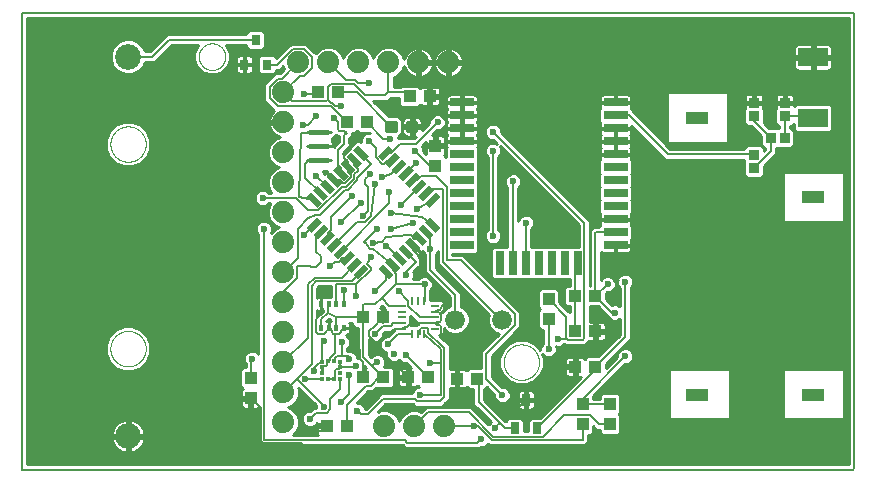
<source format=gtl>
G75*
%MOIN*%
%OFA0B0*%
%FSLAX25Y25*%
%IPPOS*%
%LPD*%
%AMOC8*
5,1,8,0,0,1.08239X$1,22.5*
%
%ADD10C,0.00600*%
%ADD11C,0.00000*%
%ADD12R,0.04331X0.03937*%
%ADD13C,0.01181*%
%ADD14C,0.07400*%
%ADD15R,0.03937X0.04331*%
%ADD16R,0.05000X0.02200*%
%ADD17R,0.02200X0.05000*%
%ADD18R,0.02756X0.01102*%
%ADD19R,0.01102X0.02756*%
%ADD20C,0.01772*%
%ADD21C,0.01000*%
%ADD22R,0.07874X0.02756*%
%ADD23R,0.02756X0.07874*%
%ADD24R,0.03346X0.03543*%
%ADD25R,0.03543X0.03346*%
%ADD26C,0.06600*%
%ADD27R,0.03150X0.03937*%
%ADD28R,0.07677X0.03937*%
%ADD29R,0.09843X0.06299*%
%ADD30C,0.08600*%
%ADD31R,0.03150X0.03543*%
%ADD32R,0.01378X0.01969*%
%ADD33R,0.01772X0.01378*%
%ADD34R,0.01378X0.01772*%
%ADD35C,0.02362*%
%ADD36C,0.01772*%
%ADD37C,0.00787*%
D10*
X0001500Y0002606D02*
X0001500Y0154969D01*
X0279059Y0154969D01*
X0279059Y0003000D01*
X0278665Y0002606D01*
X0001894Y0002606D01*
X0077878Y0026425D02*
X0081117Y0023187D01*
X0081117Y0011996D01*
X0081756Y0011357D01*
X0094718Y0011357D01*
X0097169Y0008906D01*
X0097169Y0015598D02*
X0101697Y0015598D01*
X0103272Y0017173D01*
X0099527Y0021499D02*
X0097563Y0019535D01*
X0099527Y0021499D02*
X0103105Y0021499D01*
X0104261Y0022655D01*
X0104261Y0026233D01*
X0107642Y0029614D01*
X0107642Y0032724D01*
X0105964Y0033015D02*
X0105964Y0035710D01*
X0106428Y0036174D01*
X0107154Y0036174D01*
X0107642Y0036661D01*
X0107642Y0038630D01*
X0105964Y0038999D02*
X0105964Y0039647D01*
X0106718Y0040402D01*
X0108193Y0040402D01*
X0108193Y0045126D01*
X0107340Y0047976D02*
X0105831Y0047976D01*
X0105831Y0041561D01*
X0104153Y0039883D01*
X0104153Y0039157D01*
X0103665Y0038669D01*
X0103335Y0038339D01*
X0103335Y0037613D01*
X0102871Y0037149D01*
X0102145Y0037149D01*
X0101657Y0036661D01*
X0101657Y0034693D01*
X0098801Y0035620D02*
X0098801Y0036500D01*
X0100444Y0038143D01*
X0101170Y0038143D01*
X0101657Y0038630D01*
X0101657Y0044890D01*
X0102287Y0045520D01*
X0102222Y0047976D02*
X0100188Y0047976D01*
X0099724Y0048440D01*
X0099724Y0052768D01*
X0102221Y0055266D01*
X0101205Y0057823D01*
X0103469Y0057528D02*
X0103764Y0057823D01*
X0103469Y0057528D02*
X0103469Y0054969D01*
X0106224Y0053394D01*
X0115280Y0053394D01*
X0115358Y0053315D01*
X0115358Y0057409D01*
X0115673Y0057724D01*
X0119399Y0057724D01*
X0121473Y0059798D01*
X0124020Y0057252D01*
X0128193Y0057252D01*
X0130393Y0057121D02*
X0130393Y0058753D01*
X0127091Y0062055D01*
X0126303Y0064417D02*
X0126198Y0064523D01*
X0121473Y0059798D01*
X0119217Y0062055D02*
X0122860Y0065699D01*
X0122860Y0068570D01*
X0125087Y0069019D02*
X0126198Y0067908D01*
X0126198Y0064523D01*
X0126303Y0064417D02*
X0135752Y0064417D01*
X0135752Y0058906D01*
X0135673Y0058827D01*
X0139217Y0055283D02*
X0139842Y0055909D01*
X0139842Y0055739D01*
X0141387Y0054194D01*
X0141387Y0052436D01*
X0140923Y0051972D01*
X0139842Y0051972D01*
X0139217Y0051346D01*
X0131242Y0051346D01*
X0129899Y0050003D01*
X0128818Y0050003D01*
X0128193Y0049378D01*
X0125472Y0049378D01*
X0122396Y0046302D01*
X0122086Y0046302D01*
X0119728Y0043945D01*
X0130358Y0033315D01*
X0136933Y0033315D02*
X0129453Y0040795D01*
X0123547Y0044339D02*
X0127012Y0047803D01*
X0131736Y0047803D01*
X0133705Y0047803D02*
X0134330Y0047803D01*
X0134330Y0049509D01*
X0134794Y0049973D01*
X0136553Y0049973D01*
X0137017Y0049509D01*
X0137017Y0048092D01*
X0141716Y0043856D01*
X0142016Y0043556D01*
X0142331Y0043272D01*
X0142333Y0043239D01*
X0142356Y0043216D01*
X0142356Y0042792D01*
X0142378Y0042369D01*
X0142356Y0042344D01*
X0142356Y0026957D01*
X0140835Y0025436D01*
X0133360Y0025436D01*
X0132568Y0026228D01*
X0121972Y0026228D01*
X0116854Y0021110D01*
X0114492Y0021110D01*
X0113311Y0022291D01*
X0109965Y0024260D02*
X0116259Y0030554D01*
X0117852Y0030554D01*
X0120612Y0033315D01*
X0122051Y0033315D01*
X0118272Y0037094D01*
X0119610Y0038433D01*
X0120004Y0038433D01*
X0118272Y0037094D02*
X0115358Y0040008D01*
X0115358Y0053315D01*
X0118399Y0049855D02*
X0117243Y0048699D01*
X0117243Y0047065D01*
X0118823Y0045485D01*
X0118823Y0043945D01*
X0119606Y0044728D01*
X0119728Y0043945D02*
X0118823Y0043945D01*
X0119217Y0047882D02*
X0121781Y0050446D01*
X0124437Y0050446D01*
X0125337Y0051346D01*
X0128193Y0051346D01*
X0122051Y0051539D02*
X0122051Y0053315D01*
X0118591Y0049855D01*
X0118399Y0049855D01*
X0112917Y0043945D02*
X0114266Y0042596D01*
X0114266Y0039555D01*
X0115358Y0038463D01*
X0115358Y0033315D01*
X0112327Y0036661D02*
X0107642Y0036661D01*
X0105634Y0038669D02*
X0105964Y0038999D01*
X0108193Y0040402D02*
X0110555Y0040402D01*
X0110555Y0039614D01*
X0112917Y0037252D02*
X0112327Y0036661D01*
X0110555Y0034102D02*
X0110555Y0027803D01*
X0107799Y0025047D01*
X0109965Y0024260D02*
X0109965Y0017173D01*
X0102287Y0023472D02*
X0102287Y0023866D01*
X0093272Y0032882D01*
X0088705Y0028315D01*
X0093272Y0032882D02*
X0098127Y0037737D01*
X0098127Y0063930D01*
X0099683Y0065486D01*
X0111465Y0065486D01*
X0114549Y0068570D01*
X0112322Y0070797D02*
X0108103Y0066578D01*
X0099231Y0066578D01*
X0097035Y0064382D01*
X0097035Y0046645D01*
X0088705Y0038315D01*
X0096062Y0032882D02*
X0096220Y0032724D01*
X0101657Y0032724D01*
X0103665Y0032685D02*
X0105634Y0032685D01*
X0105964Y0033015D01*
X0105831Y0047976D02*
X0105306Y0047976D01*
X0104842Y0048440D01*
X0104842Y0048674D01*
X0104295Y0050049D01*
X0102222Y0047976D01*
X0101205Y0049752D02*
X0101205Y0052705D01*
X0103469Y0054969D01*
X0106224Y0053394D02*
X0106323Y0053295D01*
X0106323Y0049752D01*
X0106224Y0049654D01*
X0104842Y0048674D02*
X0103764Y0049752D01*
X0107340Y0047976D02*
X0107804Y0048440D01*
X0107804Y0048674D01*
X0108882Y0049752D01*
X0108882Y0057823D02*
X0108882Y0062322D01*
X0108980Y0062420D01*
X0106225Y0064394D02*
X0113049Y0064394D01*
X0112917Y0060480D01*
X0113049Y0064394D02*
X0117887Y0069232D01*
X0117887Y0069888D01*
X0116671Y0071104D01*
X0118035Y0073472D01*
X0117612Y0076224D02*
X0118532Y0076224D01*
X0125087Y0070797D01*
X0125087Y0069019D01*
X0129453Y0068354D02*
X0132996Y0071898D01*
X0132895Y0071898D01*
X0129541Y0075251D01*
X0131768Y0075700D02*
X0134088Y0073380D01*
X0134088Y0069231D01*
X0144020Y0059299D01*
X0141387Y0056666D01*
X0141387Y0056373D01*
X0140923Y0055909D01*
X0139842Y0055909D01*
X0139217Y0053315D02*
X0134199Y0053315D01*
X0130393Y0057121D01*
X0139217Y0051346D02*
X0139842Y0050721D01*
X0140923Y0050721D01*
X0141387Y0050257D01*
X0141387Y0047365D01*
X0146382Y0042370D01*
X0141264Y0042764D02*
X0141264Y0038039D01*
X0137720Y0038039D01*
X0141264Y0038039D02*
X0141264Y0027409D01*
X0134177Y0027409D01*
X0136858Y0021665D02*
X0132366Y0017173D01*
X0129193Y0012449D02*
X0082209Y0012449D01*
X0082209Y0082921D01*
X0093626Y0082921D02*
X0093626Y0073079D01*
X0088705Y0068315D01*
X0093305Y0066410D02*
X0093305Y0070624D01*
X0097426Y0070624D01*
X0097755Y0070296D01*
X0099734Y0070296D01*
X0101133Y0071695D01*
X0101133Y0073675D01*
X0099734Y0075074D01*
X0099734Y0080479D01*
X0101187Y0081933D01*
X0103414Y0081331D02*
X0104632Y0082550D01*
X0104632Y0086841D01*
X0111736Y0093945D01*
X0110091Y0095857D02*
X0109317Y0095857D01*
X0101066Y0087605D01*
X0099577Y0087605D01*
X0096776Y0086465D01*
X0093626Y0082921D01*
X0095599Y0080953D02*
X0098806Y0084160D01*
X0098960Y0084160D01*
X0103414Y0081331D02*
X0103414Y0079706D01*
X0105641Y0077478D02*
X0113303Y0085140D01*
X0115977Y0085140D01*
X0118035Y0087199D01*
X0119217Y0097882D01*
X0116943Y0096971D02*
X0116943Y0088897D01*
X0115160Y0087113D01*
X0120004Y0082921D02*
X0115673Y0078591D01*
X0116456Y0077943D01*
X0116456Y0077380D01*
X0117612Y0076224D01*
X0118429Y0078197D02*
X0121442Y0078489D01*
X0123053Y0080099D01*
X0130450Y0080816D01*
X0131107Y0080816D01*
X0132374Y0079548D01*
X0133995Y0079706D01*
X0136223Y0081933D02*
X0137720Y0080435D01*
X0137720Y0076228D01*
X0137720Y0069142D01*
X0145988Y0060874D01*
X0145988Y0052606D01*
X0141264Y0042764D02*
X0135673Y0047803D01*
X0156337Y0041267D02*
X0165936Y0050867D01*
X0165936Y0054346D01*
X0147888Y0072395D01*
X0143251Y0072395D01*
X0143251Y0096804D01*
X0139685Y0100370D01*
X0134613Y0100370D01*
X0133394Y0099152D01*
X0131768Y0099152D01*
X0129541Y0101379D02*
X0129541Y0101514D01*
X0132996Y0104969D01*
X0132602Y0108906D02*
X0137602Y0103906D01*
X0139335Y0103906D01*
X0133995Y0096924D02*
X0127878Y0090795D01*
X0123941Y0091324D02*
X0107868Y0075251D01*
X0108317Y0073024D02*
X0107206Y0071914D01*
X0105847Y0071914D01*
X0104256Y0070323D01*
X0108317Y0073024D02*
X0110095Y0073024D01*
X0122760Y0077016D02*
X0123323Y0077016D01*
X0127314Y0073024D01*
X0131768Y0075700D02*
X0131768Y0077478D01*
X0131815Y0084890D02*
X0124728Y0082921D01*
X0124728Y0088039D02*
X0134965Y0086858D01*
X0138450Y0084160D01*
X0133390Y0089614D02*
X0138450Y0092470D01*
X0136223Y0094697D02*
X0137832Y0096307D01*
X0142051Y0096307D01*
X0142051Y0071898D01*
X0161343Y0052606D01*
X0161736Y0052606D01*
X0177091Y0052803D02*
X0177091Y0042764D01*
X0180240Y0046307D02*
X0182926Y0046307D01*
X0182991Y0046373D01*
X0182991Y0053595D01*
X0177091Y0059496D01*
X0185949Y0060480D02*
X0185949Y0048669D01*
X0183455Y0045909D02*
X0188442Y0045909D01*
X0188985Y0046451D01*
X0188985Y0084806D01*
X0158587Y0115205D01*
X0158587Y0108906D02*
X0158587Y0080559D01*
X0169492Y0084772D02*
X0169610Y0084890D01*
X0169492Y0084772D02*
X0169492Y0071504D01*
X0165161Y0071504D02*
X0165161Y0098551D01*
X0165280Y0098669D01*
X0192642Y0081543D02*
X0192839Y0081740D01*
X0199413Y0081740D01*
X0192642Y0081543D02*
X0192642Y0060480D01*
X0198154Y0054969D01*
X0199138Y0054969D01*
X0192642Y0060480D02*
X0196776Y0064417D01*
X0202681Y0065205D02*
X0202681Y0046898D01*
X0192642Y0036858D01*
X0192642Y0035677D01*
X0173350Y0016386D01*
X0175253Y0013625D02*
X0158626Y0013625D01*
X0150586Y0021665D01*
X0136858Y0021665D01*
X0142366Y0017173D02*
X0152287Y0017173D01*
X0153533Y0017173D01*
X0158174Y0012533D01*
X0188508Y0012533D01*
X0188508Y0017764D01*
X0190804Y0020721D02*
X0182349Y0020721D01*
X0175253Y0013625D01*
X0165870Y0016386D02*
X0162524Y0016386D01*
X0160752Y0018157D01*
X0159374Y0016780D01*
X0159374Y0016386D01*
X0160752Y0018157D02*
X0153862Y0025047D01*
X0153862Y0032331D01*
X0153272Y0032921D01*
X0156337Y0032809D02*
X0156337Y0041267D01*
X0156337Y0032809D02*
X0161736Y0027409D01*
X0157406Y0026622D02*
X0162130Y0021898D01*
X0165673Y0021898D01*
X0169610Y0025835D01*
X0157406Y0026622D02*
X0157012Y0026622D01*
X0146382Y0026622D02*
X0146382Y0032724D01*
X0146579Y0032921D01*
X0137051Y0033315D02*
X0136933Y0033315D01*
X0129193Y0012449D02*
X0130053Y0011589D01*
X0153396Y0011589D01*
X0154650Y0012843D01*
X0188508Y0024457D02*
X0188508Y0026228D01*
X0202681Y0040402D01*
X0183455Y0045909D02*
X0182991Y0046373D01*
X0185949Y0060480D02*
X0185949Y0070638D01*
X0186815Y0071504D01*
X0129453Y0068354D02*
X0129453Y0067567D01*
X0106225Y0064394D02*
X0106323Y0057823D01*
X0093305Y0066410D02*
X0088705Y0061810D01*
X0088705Y0058315D01*
X0078272Y0039614D02*
X0077878Y0039220D01*
X0077878Y0033118D01*
X0107799Y0085283D02*
X0114492Y0091583D01*
X0110091Y0095857D02*
X0113390Y0099156D01*
X0113390Y0099930D01*
X0118035Y0104575D01*
X0114549Y0108060D01*
X0112322Y0105833D02*
X0112322Y0104054D01*
X0113433Y0102944D01*
X0113433Y0102288D01*
X0112298Y0101153D01*
X0112298Y0099608D01*
X0109639Y0096949D01*
X0108094Y0096949D01*
X0100278Y0089132D01*
X0096882Y0089132D01*
X0094314Y0091700D01*
X0094225Y0091700D01*
X0092768Y0093157D01*
X0081815Y0093157D01*
X0094020Y0093551D02*
X0098960Y0092470D01*
X0101187Y0094697D02*
X0095988Y0099896D01*
X0095988Y0104575D01*
X0097091Y0105677D01*
X0100476Y0105677D01*
X0100476Y0110402D02*
X0105358Y0110402D01*
X0107012Y0112055D01*
X0108985Y0111238D02*
X0106758Y0109010D01*
X0106758Y0104268D01*
X0107868Y0103157D01*
X0107868Y0101379D01*
X0110095Y0101827D02*
X0110095Y0103606D01*
X0110095Y0105384D01*
X0108985Y0106495D01*
X0108985Y0107151D01*
X0111343Y0109509D01*
X0111343Y0112055D01*
X0108985Y0111238D02*
X0108985Y0114028D01*
X0109768Y0114811D01*
X0109024Y0115554D01*
X0107353Y0115554D01*
X0106889Y0116018D01*
X0106889Y0118477D01*
X0105437Y0119929D01*
X0104446Y0123715D02*
X0086799Y0123715D01*
X0084105Y0126410D01*
X0084105Y0130220D01*
X0086799Y0132915D01*
X0088305Y0132915D01*
X0093705Y0138315D01*
X0095565Y0142807D02*
X0098197Y0140176D01*
X0098197Y0136454D01*
X0095565Y0133823D01*
X0094213Y0133823D01*
X0088705Y0128315D01*
X0091573Y0125446D01*
X0102896Y0125446D01*
X0103424Y0125974D01*
X0104590Y0124807D01*
X0104899Y0124807D01*
X0105840Y0123866D01*
X0107799Y0123866D01*
X0104446Y0123715D02*
X0109846Y0118315D01*
X0116539Y0118315D02*
X0122012Y0112843D01*
X0124335Y0112843D01*
X0127720Y0111294D02*
X0133023Y0111294D01*
X0140083Y0118354D01*
X0127720Y0111294D02*
X0124486Y0108060D01*
X0122860Y0108060D01*
X0123461Y0105833D02*
X0125087Y0105833D01*
X0123461Y0105833D02*
X0122243Y0104614D01*
X0121497Y0104614D01*
X0119414Y0106697D01*
X0119414Y0109889D01*
X0117248Y0112055D01*
X0124701Y0116898D02*
X0113283Y0128315D01*
X0107051Y0128315D01*
X0104513Y0131183D02*
X0103424Y0130094D01*
X0103424Y0125974D01*
X0100358Y0128315D02*
X0099846Y0127803D01*
X0095594Y0127803D01*
X0104513Y0131183D02*
X0112112Y0131183D01*
X0115886Y0127409D01*
X0122681Y0127409D01*
X0123705Y0128433D01*
X0129413Y0128433D01*
X0130831Y0127016D01*
X0123705Y0128433D02*
X0123705Y0138315D01*
X0117248Y0131346D02*
X0113646Y0131346D01*
X0112609Y0132383D01*
X0109636Y0132383D01*
X0103705Y0138315D01*
X0095565Y0142807D02*
X0091844Y0142807D01*
X0086683Y0137646D01*
X0083193Y0137646D01*
X0079453Y0145913D02*
X0050713Y0145913D01*
X0045063Y0140264D01*
X0036933Y0140264D01*
X0095201Y0117567D02*
X0096776Y0117567D01*
X0099531Y0120323D01*
X0100476Y0115126D02*
X0094413Y0114811D01*
X0094020Y0093551D01*
X0099531Y0100638D02*
X0103414Y0096924D01*
X0105641Y0099152D02*
X0107419Y0099152D01*
X0108530Y0098041D01*
X0109186Y0098041D01*
X0111206Y0100061D01*
X0111206Y0100717D01*
X0110095Y0101827D01*
X0116062Y0099487D02*
X0116062Y0097852D01*
X0116943Y0096971D01*
X0116062Y0099487D02*
X0117642Y0100672D01*
X0117642Y0101031D01*
X0118035Y0104575D02*
X0118035Y0104575D01*
X0121579Y0100244D02*
X0124740Y0101031D01*
X0127314Y0103606D01*
X0123941Y0095126D02*
X0123941Y0091324D01*
X0199413Y0120717D02*
X0203862Y0120717D01*
X0245594Y0120402D02*
X0245594Y0118827D01*
X0251185Y0113236D01*
X0251185Y0108669D01*
X0245594Y0103079D01*
X0245594Y0107646D02*
X0245516Y0107724D01*
X0255752Y0113236D02*
X0255831Y0113315D01*
X0255831Y0120402D01*
X0262602Y0120402D01*
X0264177Y0118827D01*
X0265280Y0119929D01*
X0264571Y0119220D01*
X0197563Y0024457D02*
X0188508Y0024457D01*
X0190804Y0020721D02*
X0193762Y0017764D01*
X0197563Y0017764D01*
D11*
X0162129Y0038433D02*
X0162131Y0038586D01*
X0162137Y0038740D01*
X0162147Y0038893D01*
X0162161Y0039045D01*
X0162179Y0039198D01*
X0162201Y0039349D01*
X0162226Y0039500D01*
X0162256Y0039651D01*
X0162290Y0039801D01*
X0162327Y0039949D01*
X0162368Y0040097D01*
X0162413Y0040243D01*
X0162462Y0040389D01*
X0162515Y0040533D01*
X0162571Y0040675D01*
X0162631Y0040816D01*
X0162695Y0040956D01*
X0162762Y0041094D01*
X0162833Y0041230D01*
X0162908Y0041364D01*
X0162985Y0041496D01*
X0163067Y0041626D01*
X0163151Y0041754D01*
X0163239Y0041880D01*
X0163330Y0042003D01*
X0163424Y0042124D01*
X0163522Y0042242D01*
X0163622Y0042358D01*
X0163726Y0042471D01*
X0163832Y0042582D01*
X0163941Y0042690D01*
X0164053Y0042795D01*
X0164167Y0042896D01*
X0164285Y0042995D01*
X0164404Y0043091D01*
X0164526Y0043184D01*
X0164651Y0043273D01*
X0164778Y0043360D01*
X0164907Y0043442D01*
X0165038Y0043522D01*
X0165171Y0043598D01*
X0165306Y0043671D01*
X0165443Y0043740D01*
X0165582Y0043805D01*
X0165722Y0043867D01*
X0165864Y0043925D01*
X0166007Y0043980D01*
X0166152Y0044031D01*
X0166298Y0044078D01*
X0166445Y0044121D01*
X0166593Y0044160D01*
X0166742Y0044196D01*
X0166892Y0044227D01*
X0167043Y0044255D01*
X0167194Y0044279D01*
X0167347Y0044299D01*
X0167499Y0044315D01*
X0167652Y0044327D01*
X0167805Y0044335D01*
X0167958Y0044339D01*
X0168112Y0044339D01*
X0168265Y0044335D01*
X0168418Y0044327D01*
X0168571Y0044315D01*
X0168723Y0044299D01*
X0168876Y0044279D01*
X0169027Y0044255D01*
X0169178Y0044227D01*
X0169328Y0044196D01*
X0169477Y0044160D01*
X0169625Y0044121D01*
X0169772Y0044078D01*
X0169918Y0044031D01*
X0170063Y0043980D01*
X0170206Y0043925D01*
X0170348Y0043867D01*
X0170488Y0043805D01*
X0170627Y0043740D01*
X0170764Y0043671D01*
X0170899Y0043598D01*
X0171032Y0043522D01*
X0171163Y0043442D01*
X0171292Y0043360D01*
X0171419Y0043273D01*
X0171544Y0043184D01*
X0171666Y0043091D01*
X0171785Y0042995D01*
X0171903Y0042896D01*
X0172017Y0042795D01*
X0172129Y0042690D01*
X0172238Y0042582D01*
X0172344Y0042471D01*
X0172448Y0042358D01*
X0172548Y0042242D01*
X0172646Y0042124D01*
X0172740Y0042003D01*
X0172831Y0041880D01*
X0172919Y0041754D01*
X0173003Y0041626D01*
X0173085Y0041496D01*
X0173162Y0041364D01*
X0173237Y0041230D01*
X0173308Y0041094D01*
X0173375Y0040956D01*
X0173439Y0040816D01*
X0173499Y0040675D01*
X0173555Y0040533D01*
X0173608Y0040389D01*
X0173657Y0040243D01*
X0173702Y0040097D01*
X0173743Y0039949D01*
X0173780Y0039801D01*
X0173814Y0039651D01*
X0173844Y0039500D01*
X0173869Y0039349D01*
X0173891Y0039198D01*
X0173909Y0039045D01*
X0173923Y0038893D01*
X0173933Y0038740D01*
X0173939Y0038586D01*
X0173941Y0038433D01*
X0173939Y0038280D01*
X0173933Y0038126D01*
X0173923Y0037973D01*
X0173909Y0037821D01*
X0173891Y0037668D01*
X0173869Y0037517D01*
X0173844Y0037366D01*
X0173814Y0037215D01*
X0173780Y0037065D01*
X0173743Y0036917D01*
X0173702Y0036769D01*
X0173657Y0036623D01*
X0173608Y0036477D01*
X0173555Y0036333D01*
X0173499Y0036191D01*
X0173439Y0036050D01*
X0173375Y0035910D01*
X0173308Y0035772D01*
X0173237Y0035636D01*
X0173162Y0035502D01*
X0173085Y0035370D01*
X0173003Y0035240D01*
X0172919Y0035112D01*
X0172831Y0034986D01*
X0172740Y0034863D01*
X0172646Y0034742D01*
X0172548Y0034624D01*
X0172448Y0034508D01*
X0172344Y0034395D01*
X0172238Y0034284D01*
X0172129Y0034176D01*
X0172017Y0034071D01*
X0171903Y0033970D01*
X0171785Y0033871D01*
X0171666Y0033775D01*
X0171544Y0033682D01*
X0171419Y0033593D01*
X0171292Y0033506D01*
X0171163Y0033424D01*
X0171032Y0033344D01*
X0170899Y0033268D01*
X0170764Y0033195D01*
X0170627Y0033126D01*
X0170488Y0033061D01*
X0170348Y0032999D01*
X0170206Y0032941D01*
X0170063Y0032886D01*
X0169918Y0032835D01*
X0169772Y0032788D01*
X0169625Y0032745D01*
X0169477Y0032706D01*
X0169328Y0032670D01*
X0169178Y0032639D01*
X0169027Y0032611D01*
X0168876Y0032587D01*
X0168723Y0032567D01*
X0168571Y0032551D01*
X0168418Y0032539D01*
X0168265Y0032531D01*
X0168112Y0032527D01*
X0167958Y0032527D01*
X0167805Y0032531D01*
X0167652Y0032539D01*
X0167499Y0032551D01*
X0167347Y0032567D01*
X0167194Y0032587D01*
X0167043Y0032611D01*
X0166892Y0032639D01*
X0166742Y0032670D01*
X0166593Y0032706D01*
X0166445Y0032745D01*
X0166298Y0032788D01*
X0166152Y0032835D01*
X0166007Y0032886D01*
X0165864Y0032941D01*
X0165722Y0032999D01*
X0165582Y0033061D01*
X0165443Y0033126D01*
X0165306Y0033195D01*
X0165171Y0033268D01*
X0165038Y0033344D01*
X0164907Y0033424D01*
X0164778Y0033506D01*
X0164651Y0033593D01*
X0164526Y0033682D01*
X0164404Y0033775D01*
X0164285Y0033871D01*
X0164167Y0033970D01*
X0164053Y0034071D01*
X0163941Y0034176D01*
X0163832Y0034284D01*
X0163726Y0034395D01*
X0163622Y0034508D01*
X0163522Y0034624D01*
X0163424Y0034742D01*
X0163330Y0034863D01*
X0163239Y0034986D01*
X0163151Y0035112D01*
X0163067Y0035240D01*
X0162985Y0035370D01*
X0162908Y0035502D01*
X0162833Y0035636D01*
X0162762Y0035772D01*
X0162695Y0035910D01*
X0162631Y0036050D01*
X0162571Y0036191D01*
X0162515Y0036333D01*
X0162462Y0036477D01*
X0162413Y0036623D01*
X0162368Y0036769D01*
X0162327Y0036917D01*
X0162290Y0037065D01*
X0162256Y0037215D01*
X0162226Y0037366D01*
X0162201Y0037517D01*
X0162179Y0037668D01*
X0162161Y0037821D01*
X0162147Y0037973D01*
X0162137Y0038126D01*
X0162131Y0038280D01*
X0162129Y0038433D01*
X0031027Y0042921D02*
X0031029Y0043074D01*
X0031035Y0043228D01*
X0031045Y0043381D01*
X0031059Y0043533D01*
X0031077Y0043686D01*
X0031099Y0043837D01*
X0031124Y0043988D01*
X0031154Y0044139D01*
X0031188Y0044289D01*
X0031225Y0044437D01*
X0031266Y0044585D01*
X0031311Y0044731D01*
X0031360Y0044877D01*
X0031413Y0045021D01*
X0031469Y0045163D01*
X0031529Y0045304D01*
X0031593Y0045444D01*
X0031660Y0045582D01*
X0031731Y0045718D01*
X0031806Y0045852D01*
X0031883Y0045984D01*
X0031965Y0046114D01*
X0032049Y0046242D01*
X0032137Y0046368D01*
X0032228Y0046491D01*
X0032322Y0046612D01*
X0032420Y0046730D01*
X0032520Y0046846D01*
X0032624Y0046959D01*
X0032730Y0047070D01*
X0032839Y0047178D01*
X0032951Y0047283D01*
X0033065Y0047384D01*
X0033183Y0047483D01*
X0033302Y0047579D01*
X0033424Y0047672D01*
X0033549Y0047761D01*
X0033676Y0047848D01*
X0033805Y0047930D01*
X0033936Y0048010D01*
X0034069Y0048086D01*
X0034204Y0048159D01*
X0034341Y0048228D01*
X0034480Y0048293D01*
X0034620Y0048355D01*
X0034762Y0048413D01*
X0034905Y0048468D01*
X0035050Y0048519D01*
X0035196Y0048566D01*
X0035343Y0048609D01*
X0035491Y0048648D01*
X0035640Y0048684D01*
X0035790Y0048715D01*
X0035941Y0048743D01*
X0036092Y0048767D01*
X0036245Y0048787D01*
X0036397Y0048803D01*
X0036550Y0048815D01*
X0036703Y0048823D01*
X0036856Y0048827D01*
X0037010Y0048827D01*
X0037163Y0048823D01*
X0037316Y0048815D01*
X0037469Y0048803D01*
X0037621Y0048787D01*
X0037774Y0048767D01*
X0037925Y0048743D01*
X0038076Y0048715D01*
X0038226Y0048684D01*
X0038375Y0048648D01*
X0038523Y0048609D01*
X0038670Y0048566D01*
X0038816Y0048519D01*
X0038961Y0048468D01*
X0039104Y0048413D01*
X0039246Y0048355D01*
X0039386Y0048293D01*
X0039525Y0048228D01*
X0039662Y0048159D01*
X0039797Y0048086D01*
X0039930Y0048010D01*
X0040061Y0047930D01*
X0040190Y0047848D01*
X0040317Y0047761D01*
X0040442Y0047672D01*
X0040564Y0047579D01*
X0040683Y0047483D01*
X0040801Y0047384D01*
X0040915Y0047283D01*
X0041027Y0047178D01*
X0041136Y0047070D01*
X0041242Y0046959D01*
X0041346Y0046846D01*
X0041446Y0046730D01*
X0041544Y0046612D01*
X0041638Y0046491D01*
X0041729Y0046368D01*
X0041817Y0046242D01*
X0041901Y0046114D01*
X0041983Y0045984D01*
X0042060Y0045852D01*
X0042135Y0045718D01*
X0042206Y0045582D01*
X0042273Y0045444D01*
X0042337Y0045304D01*
X0042397Y0045163D01*
X0042453Y0045021D01*
X0042506Y0044877D01*
X0042555Y0044731D01*
X0042600Y0044585D01*
X0042641Y0044437D01*
X0042678Y0044289D01*
X0042712Y0044139D01*
X0042742Y0043988D01*
X0042767Y0043837D01*
X0042789Y0043686D01*
X0042807Y0043533D01*
X0042821Y0043381D01*
X0042831Y0043228D01*
X0042837Y0043074D01*
X0042839Y0042921D01*
X0042837Y0042768D01*
X0042831Y0042614D01*
X0042821Y0042461D01*
X0042807Y0042309D01*
X0042789Y0042156D01*
X0042767Y0042005D01*
X0042742Y0041854D01*
X0042712Y0041703D01*
X0042678Y0041553D01*
X0042641Y0041405D01*
X0042600Y0041257D01*
X0042555Y0041111D01*
X0042506Y0040965D01*
X0042453Y0040821D01*
X0042397Y0040679D01*
X0042337Y0040538D01*
X0042273Y0040398D01*
X0042206Y0040260D01*
X0042135Y0040124D01*
X0042060Y0039990D01*
X0041983Y0039858D01*
X0041901Y0039728D01*
X0041817Y0039600D01*
X0041729Y0039474D01*
X0041638Y0039351D01*
X0041544Y0039230D01*
X0041446Y0039112D01*
X0041346Y0038996D01*
X0041242Y0038883D01*
X0041136Y0038772D01*
X0041027Y0038664D01*
X0040915Y0038559D01*
X0040801Y0038458D01*
X0040683Y0038359D01*
X0040564Y0038263D01*
X0040442Y0038170D01*
X0040317Y0038081D01*
X0040190Y0037994D01*
X0040061Y0037912D01*
X0039930Y0037832D01*
X0039797Y0037756D01*
X0039662Y0037683D01*
X0039525Y0037614D01*
X0039386Y0037549D01*
X0039246Y0037487D01*
X0039104Y0037429D01*
X0038961Y0037374D01*
X0038816Y0037323D01*
X0038670Y0037276D01*
X0038523Y0037233D01*
X0038375Y0037194D01*
X0038226Y0037158D01*
X0038076Y0037127D01*
X0037925Y0037099D01*
X0037774Y0037075D01*
X0037621Y0037055D01*
X0037469Y0037039D01*
X0037316Y0037027D01*
X0037163Y0037019D01*
X0037010Y0037015D01*
X0036856Y0037015D01*
X0036703Y0037019D01*
X0036550Y0037027D01*
X0036397Y0037039D01*
X0036245Y0037055D01*
X0036092Y0037075D01*
X0035941Y0037099D01*
X0035790Y0037127D01*
X0035640Y0037158D01*
X0035491Y0037194D01*
X0035343Y0037233D01*
X0035196Y0037276D01*
X0035050Y0037323D01*
X0034905Y0037374D01*
X0034762Y0037429D01*
X0034620Y0037487D01*
X0034480Y0037549D01*
X0034341Y0037614D01*
X0034204Y0037683D01*
X0034069Y0037756D01*
X0033936Y0037832D01*
X0033805Y0037912D01*
X0033676Y0037994D01*
X0033549Y0038081D01*
X0033424Y0038170D01*
X0033302Y0038263D01*
X0033183Y0038359D01*
X0033065Y0038458D01*
X0032951Y0038559D01*
X0032839Y0038664D01*
X0032730Y0038772D01*
X0032624Y0038883D01*
X0032520Y0038996D01*
X0032420Y0039112D01*
X0032322Y0039230D01*
X0032228Y0039351D01*
X0032137Y0039474D01*
X0032049Y0039600D01*
X0031965Y0039728D01*
X0031883Y0039858D01*
X0031806Y0039990D01*
X0031731Y0040124D01*
X0031660Y0040260D01*
X0031593Y0040398D01*
X0031529Y0040538D01*
X0031469Y0040679D01*
X0031413Y0040821D01*
X0031360Y0040965D01*
X0031311Y0041111D01*
X0031266Y0041257D01*
X0031225Y0041405D01*
X0031188Y0041553D01*
X0031154Y0041703D01*
X0031124Y0041854D01*
X0031099Y0042005D01*
X0031077Y0042156D01*
X0031059Y0042309D01*
X0031045Y0042461D01*
X0031035Y0042614D01*
X0031029Y0042768D01*
X0031027Y0042921D01*
X0031027Y0111110D02*
X0031029Y0111263D01*
X0031035Y0111417D01*
X0031045Y0111570D01*
X0031059Y0111722D01*
X0031077Y0111875D01*
X0031099Y0112026D01*
X0031124Y0112177D01*
X0031154Y0112328D01*
X0031188Y0112478D01*
X0031225Y0112626D01*
X0031266Y0112774D01*
X0031311Y0112920D01*
X0031360Y0113066D01*
X0031413Y0113210D01*
X0031469Y0113352D01*
X0031529Y0113493D01*
X0031593Y0113633D01*
X0031660Y0113771D01*
X0031731Y0113907D01*
X0031806Y0114041D01*
X0031883Y0114173D01*
X0031965Y0114303D01*
X0032049Y0114431D01*
X0032137Y0114557D01*
X0032228Y0114680D01*
X0032322Y0114801D01*
X0032420Y0114919D01*
X0032520Y0115035D01*
X0032624Y0115148D01*
X0032730Y0115259D01*
X0032839Y0115367D01*
X0032951Y0115472D01*
X0033065Y0115573D01*
X0033183Y0115672D01*
X0033302Y0115768D01*
X0033424Y0115861D01*
X0033549Y0115950D01*
X0033676Y0116037D01*
X0033805Y0116119D01*
X0033936Y0116199D01*
X0034069Y0116275D01*
X0034204Y0116348D01*
X0034341Y0116417D01*
X0034480Y0116482D01*
X0034620Y0116544D01*
X0034762Y0116602D01*
X0034905Y0116657D01*
X0035050Y0116708D01*
X0035196Y0116755D01*
X0035343Y0116798D01*
X0035491Y0116837D01*
X0035640Y0116873D01*
X0035790Y0116904D01*
X0035941Y0116932D01*
X0036092Y0116956D01*
X0036245Y0116976D01*
X0036397Y0116992D01*
X0036550Y0117004D01*
X0036703Y0117012D01*
X0036856Y0117016D01*
X0037010Y0117016D01*
X0037163Y0117012D01*
X0037316Y0117004D01*
X0037469Y0116992D01*
X0037621Y0116976D01*
X0037774Y0116956D01*
X0037925Y0116932D01*
X0038076Y0116904D01*
X0038226Y0116873D01*
X0038375Y0116837D01*
X0038523Y0116798D01*
X0038670Y0116755D01*
X0038816Y0116708D01*
X0038961Y0116657D01*
X0039104Y0116602D01*
X0039246Y0116544D01*
X0039386Y0116482D01*
X0039525Y0116417D01*
X0039662Y0116348D01*
X0039797Y0116275D01*
X0039930Y0116199D01*
X0040061Y0116119D01*
X0040190Y0116037D01*
X0040317Y0115950D01*
X0040442Y0115861D01*
X0040564Y0115768D01*
X0040683Y0115672D01*
X0040801Y0115573D01*
X0040915Y0115472D01*
X0041027Y0115367D01*
X0041136Y0115259D01*
X0041242Y0115148D01*
X0041346Y0115035D01*
X0041446Y0114919D01*
X0041544Y0114801D01*
X0041638Y0114680D01*
X0041729Y0114557D01*
X0041817Y0114431D01*
X0041901Y0114303D01*
X0041983Y0114173D01*
X0042060Y0114041D01*
X0042135Y0113907D01*
X0042206Y0113771D01*
X0042273Y0113633D01*
X0042337Y0113493D01*
X0042397Y0113352D01*
X0042453Y0113210D01*
X0042506Y0113066D01*
X0042555Y0112920D01*
X0042600Y0112774D01*
X0042641Y0112626D01*
X0042678Y0112478D01*
X0042712Y0112328D01*
X0042742Y0112177D01*
X0042767Y0112026D01*
X0042789Y0111875D01*
X0042807Y0111722D01*
X0042821Y0111570D01*
X0042831Y0111417D01*
X0042837Y0111263D01*
X0042839Y0111110D01*
X0042837Y0110957D01*
X0042831Y0110803D01*
X0042821Y0110650D01*
X0042807Y0110498D01*
X0042789Y0110345D01*
X0042767Y0110194D01*
X0042742Y0110043D01*
X0042712Y0109892D01*
X0042678Y0109742D01*
X0042641Y0109594D01*
X0042600Y0109446D01*
X0042555Y0109300D01*
X0042506Y0109154D01*
X0042453Y0109010D01*
X0042397Y0108868D01*
X0042337Y0108727D01*
X0042273Y0108587D01*
X0042206Y0108449D01*
X0042135Y0108313D01*
X0042060Y0108179D01*
X0041983Y0108047D01*
X0041901Y0107917D01*
X0041817Y0107789D01*
X0041729Y0107663D01*
X0041638Y0107540D01*
X0041544Y0107419D01*
X0041446Y0107301D01*
X0041346Y0107185D01*
X0041242Y0107072D01*
X0041136Y0106961D01*
X0041027Y0106853D01*
X0040915Y0106748D01*
X0040801Y0106647D01*
X0040683Y0106548D01*
X0040564Y0106452D01*
X0040442Y0106359D01*
X0040317Y0106270D01*
X0040190Y0106183D01*
X0040061Y0106101D01*
X0039930Y0106021D01*
X0039797Y0105945D01*
X0039662Y0105872D01*
X0039525Y0105803D01*
X0039386Y0105738D01*
X0039246Y0105676D01*
X0039104Y0105618D01*
X0038961Y0105563D01*
X0038816Y0105512D01*
X0038670Y0105465D01*
X0038523Y0105422D01*
X0038375Y0105383D01*
X0038226Y0105347D01*
X0038076Y0105316D01*
X0037925Y0105288D01*
X0037774Y0105264D01*
X0037621Y0105244D01*
X0037469Y0105228D01*
X0037316Y0105216D01*
X0037163Y0105208D01*
X0037010Y0105204D01*
X0036856Y0105204D01*
X0036703Y0105208D01*
X0036550Y0105216D01*
X0036397Y0105228D01*
X0036245Y0105244D01*
X0036092Y0105264D01*
X0035941Y0105288D01*
X0035790Y0105316D01*
X0035640Y0105347D01*
X0035491Y0105383D01*
X0035343Y0105422D01*
X0035196Y0105465D01*
X0035050Y0105512D01*
X0034905Y0105563D01*
X0034762Y0105618D01*
X0034620Y0105676D01*
X0034480Y0105738D01*
X0034341Y0105803D01*
X0034204Y0105872D01*
X0034069Y0105945D01*
X0033936Y0106021D01*
X0033805Y0106101D01*
X0033676Y0106183D01*
X0033549Y0106270D01*
X0033424Y0106359D01*
X0033302Y0106452D01*
X0033183Y0106548D01*
X0033065Y0106647D01*
X0032951Y0106748D01*
X0032839Y0106853D01*
X0032730Y0106961D01*
X0032624Y0107072D01*
X0032520Y0107185D01*
X0032420Y0107301D01*
X0032322Y0107419D01*
X0032228Y0107540D01*
X0032137Y0107663D01*
X0032049Y0107789D01*
X0031965Y0107917D01*
X0031883Y0108047D01*
X0031806Y0108179D01*
X0031731Y0108313D01*
X0031660Y0108449D01*
X0031593Y0108587D01*
X0031529Y0108727D01*
X0031469Y0108868D01*
X0031413Y0109010D01*
X0031360Y0109154D01*
X0031311Y0109300D01*
X0031266Y0109446D01*
X0031225Y0109594D01*
X0031188Y0109742D01*
X0031154Y0109892D01*
X0031124Y0110043D01*
X0031099Y0110194D01*
X0031077Y0110345D01*
X0031059Y0110498D01*
X0031045Y0110650D01*
X0031035Y0110803D01*
X0031029Y0110957D01*
X0031027Y0111110D01*
X0060496Y0140264D02*
X0060498Y0140396D01*
X0060504Y0140529D01*
X0060514Y0140661D01*
X0060528Y0140793D01*
X0060545Y0140924D01*
X0060567Y0141055D01*
X0060593Y0141185D01*
X0060622Y0141314D01*
X0060656Y0141442D01*
X0060693Y0141569D01*
X0060734Y0141695D01*
X0060778Y0141820D01*
X0060827Y0141944D01*
X0060879Y0142065D01*
X0060935Y0142186D01*
X0060994Y0142304D01*
X0061057Y0142421D01*
X0061123Y0142536D01*
X0061193Y0142648D01*
X0061266Y0142759D01*
X0061342Y0142867D01*
X0061421Y0142973D01*
X0061504Y0143077D01*
X0061590Y0143178D01*
X0061678Y0143276D01*
X0061770Y0143372D01*
X0061864Y0143465D01*
X0061961Y0143555D01*
X0062061Y0143643D01*
X0062164Y0143727D01*
X0062268Y0143808D01*
X0062376Y0143886D01*
X0062485Y0143960D01*
X0062597Y0144032D01*
X0062711Y0144100D01*
X0062826Y0144164D01*
X0062944Y0144225D01*
X0063063Y0144283D01*
X0063184Y0144337D01*
X0063307Y0144387D01*
X0063431Y0144433D01*
X0063556Y0144476D01*
X0063683Y0144515D01*
X0063811Y0144551D01*
X0063939Y0144582D01*
X0064069Y0144610D01*
X0064199Y0144633D01*
X0064330Y0144653D01*
X0064462Y0144669D01*
X0064594Y0144681D01*
X0064726Y0144689D01*
X0064859Y0144693D01*
X0064991Y0144693D01*
X0065124Y0144689D01*
X0065256Y0144681D01*
X0065388Y0144669D01*
X0065520Y0144653D01*
X0065651Y0144633D01*
X0065781Y0144610D01*
X0065911Y0144582D01*
X0066039Y0144551D01*
X0066167Y0144515D01*
X0066294Y0144476D01*
X0066419Y0144433D01*
X0066543Y0144387D01*
X0066666Y0144337D01*
X0066787Y0144283D01*
X0066906Y0144225D01*
X0067024Y0144164D01*
X0067140Y0144100D01*
X0067253Y0144032D01*
X0067365Y0143960D01*
X0067474Y0143886D01*
X0067582Y0143808D01*
X0067686Y0143727D01*
X0067789Y0143643D01*
X0067889Y0143555D01*
X0067986Y0143465D01*
X0068080Y0143372D01*
X0068172Y0143276D01*
X0068260Y0143178D01*
X0068346Y0143077D01*
X0068429Y0142973D01*
X0068508Y0142867D01*
X0068584Y0142759D01*
X0068657Y0142648D01*
X0068727Y0142536D01*
X0068793Y0142421D01*
X0068856Y0142304D01*
X0068915Y0142186D01*
X0068971Y0142065D01*
X0069023Y0141944D01*
X0069072Y0141820D01*
X0069116Y0141695D01*
X0069157Y0141569D01*
X0069194Y0141442D01*
X0069228Y0141314D01*
X0069257Y0141185D01*
X0069283Y0141055D01*
X0069305Y0140924D01*
X0069322Y0140793D01*
X0069336Y0140661D01*
X0069346Y0140529D01*
X0069352Y0140396D01*
X0069354Y0140264D01*
X0069352Y0140132D01*
X0069346Y0139999D01*
X0069336Y0139867D01*
X0069322Y0139735D01*
X0069305Y0139604D01*
X0069283Y0139473D01*
X0069257Y0139343D01*
X0069228Y0139214D01*
X0069194Y0139086D01*
X0069157Y0138959D01*
X0069116Y0138833D01*
X0069072Y0138708D01*
X0069023Y0138584D01*
X0068971Y0138463D01*
X0068915Y0138342D01*
X0068856Y0138224D01*
X0068793Y0138107D01*
X0068727Y0137992D01*
X0068657Y0137880D01*
X0068584Y0137769D01*
X0068508Y0137661D01*
X0068429Y0137555D01*
X0068346Y0137451D01*
X0068260Y0137350D01*
X0068172Y0137252D01*
X0068080Y0137156D01*
X0067986Y0137063D01*
X0067889Y0136973D01*
X0067789Y0136885D01*
X0067686Y0136801D01*
X0067582Y0136720D01*
X0067474Y0136642D01*
X0067365Y0136568D01*
X0067253Y0136496D01*
X0067139Y0136428D01*
X0067024Y0136364D01*
X0066906Y0136303D01*
X0066787Y0136245D01*
X0066666Y0136191D01*
X0066543Y0136141D01*
X0066419Y0136095D01*
X0066294Y0136052D01*
X0066167Y0136013D01*
X0066039Y0135977D01*
X0065911Y0135946D01*
X0065781Y0135918D01*
X0065651Y0135895D01*
X0065520Y0135875D01*
X0065388Y0135859D01*
X0065256Y0135847D01*
X0065124Y0135839D01*
X0064991Y0135835D01*
X0064859Y0135835D01*
X0064726Y0135839D01*
X0064594Y0135847D01*
X0064462Y0135859D01*
X0064330Y0135875D01*
X0064199Y0135895D01*
X0064069Y0135918D01*
X0063939Y0135946D01*
X0063811Y0135977D01*
X0063683Y0136013D01*
X0063556Y0136052D01*
X0063431Y0136095D01*
X0063307Y0136141D01*
X0063184Y0136191D01*
X0063063Y0136245D01*
X0062944Y0136303D01*
X0062826Y0136364D01*
X0062710Y0136428D01*
X0062597Y0136496D01*
X0062485Y0136568D01*
X0062376Y0136642D01*
X0062268Y0136720D01*
X0062164Y0136801D01*
X0062061Y0136885D01*
X0061961Y0136973D01*
X0061864Y0137063D01*
X0061770Y0137156D01*
X0061678Y0137252D01*
X0061590Y0137350D01*
X0061504Y0137451D01*
X0061421Y0137555D01*
X0061342Y0137661D01*
X0061266Y0137769D01*
X0061193Y0137880D01*
X0061123Y0137992D01*
X0061057Y0138107D01*
X0060994Y0138224D01*
X0060935Y0138342D01*
X0060879Y0138463D01*
X0060827Y0138584D01*
X0060778Y0138708D01*
X0060734Y0138833D01*
X0060693Y0138959D01*
X0060656Y0139086D01*
X0060622Y0139214D01*
X0060593Y0139343D01*
X0060567Y0139473D01*
X0060545Y0139604D01*
X0060528Y0139735D01*
X0060514Y0139867D01*
X0060504Y0139999D01*
X0060498Y0140132D01*
X0060496Y0140264D01*
D12*
X0100358Y0128315D03*
X0107051Y0128315D03*
X0109846Y0118315D03*
X0116539Y0118315D03*
X0130831Y0127016D03*
X0137524Y0127016D03*
X0185949Y0060480D03*
X0192642Y0060480D03*
X0192642Y0048669D03*
X0185949Y0048669D03*
X0185949Y0036858D03*
X0192642Y0036858D03*
X0153272Y0032921D03*
X0146579Y0032921D03*
X0137051Y0033315D03*
X0130358Y0033315D03*
X0122051Y0033315D03*
X0115358Y0033315D03*
X0109965Y0017173D03*
X0103272Y0017173D03*
X0115358Y0053315D03*
X0122051Y0053315D03*
D13*
X0123323Y0115520D02*
X0123323Y0118276D01*
X0126079Y0118276D01*
X0126079Y0115520D01*
X0123323Y0115520D01*
X0123323Y0116700D02*
X0126079Y0116700D01*
X0126079Y0117880D02*
X0123323Y0117880D01*
X0130228Y0118276D02*
X0130228Y0115520D01*
X0130228Y0118276D02*
X0132984Y0118276D01*
X0132984Y0115520D01*
X0130228Y0115520D01*
X0130228Y0116700D02*
X0132984Y0116700D01*
X0132984Y0117880D02*
X0130228Y0117880D01*
D14*
X0133705Y0138315D03*
X0123705Y0138315D03*
X0113705Y0138315D03*
X0103705Y0138315D03*
X0093705Y0138315D03*
X0088705Y0128315D03*
X0088705Y0118315D03*
X0088705Y0108315D03*
X0088705Y0098315D03*
X0088705Y0088315D03*
X0088705Y0078315D03*
X0088705Y0068315D03*
X0088705Y0058315D03*
X0088705Y0048315D03*
X0088705Y0038315D03*
X0088705Y0028315D03*
X0088705Y0018315D03*
X0122366Y0017173D03*
X0132366Y0017173D03*
X0142366Y0017173D03*
X0143705Y0138315D03*
D15*
X0139335Y0110598D03*
X0139335Y0103906D03*
X0177091Y0059496D03*
X0177091Y0052803D03*
X0188508Y0024457D03*
X0197563Y0024457D03*
X0197563Y0017764D03*
X0188508Y0017764D03*
X0077878Y0026425D03*
X0077878Y0033118D03*
D16*
G36*
X0123849Y0066025D02*
X0120315Y0069559D01*
X0121871Y0071115D01*
X0125405Y0067581D01*
X0123849Y0066025D01*
G37*
G36*
X0126076Y0068252D02*
X0122542Y0071786D01*
X0124098Y0073342D01*
X0127632Y0069808D01*
X0126076Y0068252D01*
G37*
G36*
X0128303Y0070479D02*
X0124769Y0074013D01*
X0126325Y0075569D01*
X0129859Y0072035D01*
X0128303Y0070479D01*
G37*
G36*
X0130530Y0072706D02*
X0126996Y0076240D01*
X0128552Y0077796D01*
X0132086Y0074262D01*
X0130530Y0072706D01*
G37*
G36*
X0132757Y0074933D02*
X0129223Y0078467D01*
X0130779Y0080023D01*
X0134313Y0076489D01*
X0132757Y0074933D01*
G37*
G36*
X0134984Y0077161D02*
X0131450Y0080695D01*
X0133006Y0082251D01*
X0136540Y0078717D01*
X0134984Y0077161D01*
G37*
G36*
X0137212Y0079388D02*
X0133678Y0082922D01*
X0135234Y0084478D01*
X0138768Y0080944D01*
X0137212Y0079388D01*
G37*
G36*
X0139439Y0081615D02*
X0135905Y0085149D01*
X0137461Y0086705D01*
X0140995Y0083171D01*
X0139439Y0081615D01*
G37*
G36*
X0108857Y0098834D02*
X0105323Y0102368D01*
X0106879Y0103924D01*
X0110413Y0100390D01*
X0108857Y0098834D01*
G37*
G36*
X0106630Y0096607D02*
X0103096Y0100141D01*
X0104652Y0101697D01*
X0108186Y0098163D01*
X0106630Y0096607D01*
G37*
G36*
X0104403Y0094379D02*
X0100869Y0097913D01*
X0102425Y0099469D01*
X0105959Y0095935D01*
X0104403Y0094379D01*
G37*
G36*
X0102176Y0092152D02*
X0098642Y0095686D01*
X0100198Y0097242D01*
X0103732Y0093708D01*
X0102176Y0092152D01*
G37*
G36*
X0099949Y0089925D02*
X0096415Y0093459D01*
X0097971Y0095015D01*
X0101505Y0091481D01*
X0099949Y0089925D01*
G37*
G36*
X0111084Y0101061D02*
X0107550Y0104595D01*
X0109106Y0106151D01*
X0112640Y0102617D01*
X0111084Y0101061D01*
G37*
G36*
X0113311Y0103288D02*
X0109777Y0106822D01*
X0111333Y0108378D01*
X0114867Y0104844D01*
X0113311Y0103288D01*
G37*
G36*
X0115538Y0105515D02*
X0112004Y0109049D01*
X0113560Y0110605D01*
X0117094Y0107071D01*
X0115538Y0105515D01*
G37*
D17*
G36*
X0121871Y0105515D02*
X0120315Y0107071D01*
X0123849Y0110605D01*
X0125405Y0109049D01*
X0121871Y0105515D01*
G37*
G36*
X0124098Y0103288D02*
X0122542Y0104844D01*
X0126076Y0108378D01*
X0127632Y0106822D01*
X0124098Y0103288D01*
G37*
G36*
X0126325Y0101061D02*
X0124769Y0102617D01*
X0128303Y0106151D01*
X0129859Y0104595D01*
X0126325Y0101061D01*
G37*
G36*
X0128552Y0098834D02*
X0126996Y0100390D01*
X0130530Y0103924D01*
X0132086Y0102368D01*
X0128552Y0098834D01*
G37*
G36*
X0130779Y0096607D02*
X0129223Y0098163D01*
X0132757Y0101697D01*
X0134313Y0100141D01*
X0130779Y0096607D01*
G37*
G36*
X0133006Y0094379D02*
X0131450Y0095935D01*
X0134984Y0099469D01*
X0136540Y0097913D01*
X0133006Y0094379D01*
G37*
G36*
X0135234Y0092152D02*
X0133678Y0093708D01*
X0137212Y0097242D01*
X0138768Y0095686D01*
X0135234Y0092152D01*
G37*
G36*
X0137461Y0089925D02*
X0135905Y0091481D01*
X0139439Y0095015D01*
X0140995Y0093459D01*
X0137461Y0089925D01*
G37*
G36*
X0109106Y0070479D02*
X0107550Y0072035D01*
X0111084Y0075569D01*
X0112640Y0074013D01*
X0109106Y0070479D01*
G37*
G36*
X0111333Y0068252D02*
X0109777Y0069808D01*
X0113311Y0073342D01*
X0114867Y0071786D01*
X0111333Y0068252D01*
G37*
G36*
X0113560Y0066025D02*
X0112004Y0067581D01*
X0115538Y0071115D01*
X0117094Y0069559D01*
X0113560Y0066025D01*
G37*
G36*
X0106879Y0072706D02*
X0105323Y0074262D01*
X0108857Y0077796D01*
X0110413Y0076240D01*
X0106879Y0072706D01*
G37*
G36*
X0104652Y0074933D02*
X0103096Y0076489D01*
X0106630Y0080023D01*
X0108186Y0078467D01*
X0104652Y0074933D01*
G37*
G36*
X0102425Y0077161D02*
X0100869Y0078717D01*
X0104403Y0082251D01*
X0105959Y0080695D01*
X0102425Y0077161D01*
G37*
G36*
X0100198Y0079388D02*
X0098642Y0080944D01*
X0102176Y0084478D01*
X0103732Y0082922D01*
X0100198Y0079388D01*
G37*
G36*
X0097971Y0081615D02*
X0096415Y0083171D01*
X0099949Y0086705D01*
X0101505Y0085149D01*
X0097971Y0081615D01*
G37*
D18*
X0128193Y0057252D03*
X0128193Y0055283D03*
X0128193Y0053315D03*
X0128193Y0051346D03*
X0128193Y0049378D03*
X0139217Y0049378D03*
X0139217Y0051346D03*
X0139217Y0053315D03*
X0139217Y0055283D03*
X0139217Y0057252D03*
D19*
X0135673Y0058827D03*
X0133705Y0058827D03*
X0131736Y0058827D03*
X0131736Y0047803D03*
X0133705Y0047803D03*
X0135673Y0047803D03*
D20*
X0103340Y0105677D02*
X0097612Y0105677D01*
X0097612Y0110402D02*
X0103340Y0110402D01*
X0103340Y0115126D02*
X0097612Y0115126D01*
D21*
X0096476Y0115126D02*
X0100476Y0115126D01*
X0104476Y0115126D01*
X0106042Y0113863D02*
X0106498Y0113863D01*
X0106607Y0113754D02*
X0107185Y0113754D01*
X0107185Y0111983D01*
X0105514Y0110312D01*
X0105514Y0110402D01*
X0105514Y0110688D01*
X0105366Y0111240D01*
X0105080Y0111736D01*
X0104776Y0112039D01*
X0104776Y0113126D01*
X0105305Y0113126D01*
X0106270Y0114091D01*
X0106607Y0113754D01*
X0107185Y0112865D02*
X0104776Y0112865D01*
X0104949Y0111866D02*
X0107068Y0111866D01*
X0106069Y0110868D02*
X0105466Y0110868D01*
X0105514Y0110402D02*
X0100477Y0110402D01*
X0100477Y0110402D01*
X0105514Y0110402D01*
X0104476Y0110402D02*
X0100476Y0110402D01*
X0096476Y0110402D01*
X0096476Y0105677D02*
X0100476Y0105677D01*
X0104476Y0105677D01*
X0108558Y0107725D02*
X0108558Y0108265D01*
X0110785Y0110492D01*
X0110785Y0113283D01*
X0111568Y0114065D01*
X0111568Y0114846D01*
X0112633Y0114846D01*
X0113193Y0115406D01*
X0113753Y0114846D01*
X0117462Y0114846D01*
X0117573Y0114736D01*
X0116715Y0114736D01*
X0115729Y0114328D01*
X0114975Y0113574D01*
X0114567Y0112588D01*
X0114567Y0111719D01*
X0114181Y0112106D01*
X0112938Y0112106D01*
X0110711Y0109878D01*
X0108558Y0107725D01*
X0108558Y0107872D02*
X0108705Y0107872D01*
X0109164Y0108871D02*
X0109703Y0108871D01*
X0110162Y0109869D02*
X0110702Y0109869D01*
X0110785Y0110868D02*
X0111700Y0110868D01*
X0110785Y0111866D02*
X0112699Y0111866D01*
X0114420Y0111866D02*
X0114567Y0111866D01*
X0114681Y0112865D02*
X0110785Y0112865D01*
X0111366Y0113863D02*
X0115265Y0113863D01*
X0113737Y0114862D02*
X0112648Y0114862D01*
X0123291Y0120853D02*
X0139109Y0120853D01*
X0139549Y0121035D02*
X0138564Y0120627D01*
X0137810Y0119873D01*
X0137402Y0118888D01*
X0137402Y0118219D01*
X0134862Y0115679D01*
X0134862Y0116413D01*
X0132091Y0116413D01*
X0132091Y0117382D01*
X0134862Y0117382D01*
X0134862Y0118523D01*
X0134734Y0119000D01*
X0134487Y0119429D01*
X0134137Y0119778D01*
X0133709Y0120026D01*
X0133231Y0120154D01*
X0132091Y0120154D01*
X0132091Y0117382D01*
X0131122Y0117382D01*
X0131122Y0120154D01*
X0129981Y0120154D01*
X0129503Y0120026D01*
X0129075Y0119778D01*
X0128726Y0119429D01*
X0128478Y0119000D01*
X0128350Y0118523D01*
X0128350Y0117382D01*
X0131122Y0117382D01*
X0131122Y0116413D01*
X0132091Y0116413D01*
X0132091Y0113642D01*
X0132825Y0113642D01*
X0132277Y0113094D01*
X0127016Y0113094D01*
X0127016Y0113376D01*
X0126979Y0113464D01*
X0128169Y0114654D01*
X0128169Y0119142D01*
X0126945Y0120366D01*
X0123778Y0120366D01*
X0118535Y0125609D01*
X0123427Y0125609D01*
X0124450Y0126633D01*
X0127165Y0126633D01*
X0127165Y0124426D01*
X0128044Y0123547D01*
X0133617Y0123547D01*
X0134328Y0124258D01*
X0134328Y0124257D01*
X0134568Y0124017D01*
X0134861Y0123848D01*
X0135189Y0123760D01*
X0137039Y0123760D01*
X0137039Y0126531D01*
X0138008Y0126531D01*
X0138008Y0123760D01*
X0139858Y0123760D01*
X0140186Y0123848D01*
X0140479Y0124017D01*
X0140719Y0124257D01*
X0140889Y0124550D01*
X0140976Y0124878D01*
X0140976Y0126531D01*
X0138008Y0126531D01*
X0138008Y0127500D01*
X0140976Y0127500D01*
X0140976Y0129154D01*
X0140889Y0129481D01*
X0140719Y0129775D01*
X0140479Y0130014D01*
X0140186Y0130184D01*
X0139858Y0130272D01*
X0138008Y0130272D01*
X0138008Y0127500D01*
X0137039Y0127500D01*
X0137039Y0130272D01*
X0135189Y0130272D01*
X0134861Y0130184D01*
X0134568Y0130014D01*
X0134328Y0129775D01*
X0134328Y0129774D01*
X0133617Y0130484D01*
X0128044Y0130484D01*
X0127793Y0130233D01*
X0125505Y0130233D01*
X0125505Y0133432D01*
X0126650Y0133907D01*
X0128113Y0135369D01*
X0128844Y0137135D01*
X0129083Y0136400D01*
X0129439Y0135701D01*
X0129901Y0135066D01*
X0130456Y0134511D01*
X0131091Y0134049D01*
X0131790Y0133693D01*
X0132537Y0133450D01*
X0133205Y0133345D01*
X0133205Y0137815D01*
X0134205Y0137815D01*
X0134205Y0138815D01*
X0138675Y0138815D01*
X0138569Y0139483D01*
X0138327Y0140229D01*
X0137970Y0140929D01*
X0137509Y0141564D01*
X0136954Y0142119D01*
X0136319Y0142581D01*
X0135619Y0142937D01*
X0134873Y0143180D01*
X0134205Y0143285D01*
X0134205Y0138815D01*
X0133205Y0138815D01*
X0133205Y0143285D01*
X0132537Y0143180D01*
X0131790Y0142937D01*
X0131091Y0142581D01*
X0130456Y0142119D01*
X0129901Y0141564D01*
X0129439Y0140929D01*
X0129083Y0140229D01*
X0128844Y0139495D01*
X0128113Y0141261D01*
X0126650Y0142723D01*
X0124739Y0143515D01*
X0122670Y0143515D01*
X0120759Y0142723D01*
X0119296Y0141261D01*
X0118705Y0139832D01*
X0118113Y0141261D01*
X0116650Y0142723D01*
X0114739Y0143515D01*
X0112670Y0143515D01*
X0110759Y0142723D01*
X0109296Y0141261D01*
X0108705Y0139832D01*
X0108113Y0141261D01*
X0106650Y0142723D01*
X0104739Y0143515D01*
X0102670Y0143515D01*
X0100759Y0142723D01*
X0099477Y0141441D01*
X0098942Y0141976D01*
X0096311Y0144607D01*
X0091098Y0144607D01*
X0086268Y0139776D01*
X0086268Y0140039D01*
X0085389Y0140917D01*
X0080997Y0140917D01*
X0080118Y0140039D01*
X0080118Y0135253D01*
X0080997Y0134374D01*
X0085389Y0134374D01*
X0086268Y0135253D01*
X0086268Y0135846D01*
X0087428Y0135846D01*
X0088610Y0137027D01*
X0088979Y0136135D01*
X0087559Y0134715D01*
X0086054Y0134715D01*
X0084999Y0133661D01*
X0083359Y0132020D01*
X0082305Y0130966D01*
X0082305Y0125664D01*
X0084999Y0122969D01*
X0085684Y0122285D01*
X0085456Y0122119D01*
X0084901Y0121564D01*
X0084439Y0120929D01*
X0084083Y0120229D01*
X0083840Y0119483D01*
X0083734Y0118815D01*
X0088205Y0118815D01*
X0088205Y0117815D01*
X0083734Y0117815D01*
X0083840Y0117147D01*
X0084083Y0116400D01*
X0084439Y0115701D01*
X0084901Y0115066D01*
X0085456Y0114511D01*
X0086091Y0114049D01*
X0086790Y0113693D01*
X0087524Y0113454D01*
X0085759Y0112723D01*
X0084296Y0111261D01*
X0083505Y0109349D01*
X0083505Y0107281D01*
X0084296Y0105369D01*
X0085759Y0103907D01*
X0087188Y0103315D01*
X0085759Y0102723D01*
X0084296Y0101261D01*
X0083505Y0099349D01*
X0083505Y0097281D01*
X0084296Y0095369D01*
X0084708Y0094957D01*
X0083807Y0094957D01*
X0083334Y0095430D01*
X0082348Y0095839D01*
X0081282Y0095839D01*
X0080296Y0095430D01*
X0079542Y0094676D01*
X0079134Y0093691D01*
X0079134Y0092624D01*
X0079542Y0091639D01*
X0080296Y0090885D01*
X0081282Y0090476D01*
X0082348Y0090476D01*
X0083334Y0090885D01*
X0083807Y0091357D01*
X0084393Y0091357D01*
X0084296Y0091261D01*
X0083505Y0089349D01*
X0083505Y0087281D01*
X0084296Y0085369D01*
X0085759Y0083907D01*
X0087188Y0083315D01*
X0085759Y0082723D01*
X0084512Y0081476D01*
X0084890Y0082388D01*
X0084890Y0083455D01*
X0084482Y0084440D01*
X0083727Y0085194D01*
X0082742Y0085602D01*
X0081675Y0085602D01*
X0080690Y0085194D01*
X0079936Y0084440D01*
X0079528Y0083455D01*
X0079528Y0082388D01*
X0079936Y0081403D01*
X0080409Y0080930D01*
X0080409Y0041269D01*
X0079790Y0041887D01*
X0078805Y0042295D01*
X0077738Y0042295D01*
X0076753Y0041887D01*
X0075999Y0041133D01*
X0075591Y0040147D01*
X0075591Y0039081D01*
X0075999Y0038095D01*
X0076078Y0038016D01*
X0076078Y0036783D01*
X0075288Y0036783D01*
X0074409Y0035905D01*
X0074409Y0030331D01*
X0075120Y0029621D01*
X0075119Y0029621D01*
X0074879Y0029381D01*
X0074710Y0029087D01*
X0074622Y0028760D01*
X0074622Y0026909D01*
X0077394Y0026909D01*
X0077394Y0025941D01*
X0078362Y0025941D01*
X0078362Y0022972D01*
X0080016Y0022972D01*
X0080343Y0023060D01*
X0080409Y0023098D01*
X0080409Y0011703D01*
X0081463Y0010649D01*
X0128448Y0010649D01*
X0129307Y0009789D01*
X0154142Y0009789D01*
X0154514Y0010161D01*
X0155183Y0010161D01*
X0156168Y0010570D01*
X0156880Y0011281D01*
X0157428Y0010733D01*
X0189253Y0010733D01*
X0190308Y0011787D01*
X0190308Y0014098D01*
X0191098Y0014098D01*
X0191976Y0014977D01*
X0191976Y0017004D01*
X0193016Y0015964D01*
X0194094Y0015964D01*
X0194094Y0014977D01*
X0194973Y0014098D01*
X0200153Y0014098D01*
X0201031Y0014977D01*
X0201031Y0020550D01*
X0200472Y0021110D01*
X0201031Y0021670D01*
X0201031Y0027243D01*
X0200153Y0028122D01*
X0194973Y0028122D01*
X0194094Y0027243D01*
X0194094Y0026257D01*
X0191976Y0026257D01*
X0191976Y0027151D01*
X0202546Y0037720D01*
X0203214Y0037720D01*
X0204200Y0038129D01*
X0204954Y0038883D01*
X0205362Y0039868D01*
X0205362Y0040935D01*
X0204954Y0041920D01*
X0204200Y0042674D01*
X0203214Y0043083D01*
X0202148Y0043083D01*
X0201162Y0042674D01*
X0200408Y0041920D01*
X0200000Y0040935D01*
X0200000Y0040266D01*
X0196307Y0036573D01*
X0196307Y0037978D01*
X0204481Y0046152D01*
X0204481Y0063213D01*
X0204954Y0063686D01*
X0205362Y0064671D01*
X0205362Y0065738D01*
X0204954Y0066723D01*
X0204200Y0067478D01*
X0203214Y0067886D01*
X0202148Y0067886D01*
X0201162Y0067478D01*
X0200408Y0066723D01*
X0200000Y0065738D01*
X0200000Y0064671D01*
X0200408Y0063686D01*
X0200881Y0063213D01*
X0200881Y0057017D01*
X0200657Y0057241D01*
X0199671Y0057650D01*
X0198604Y0057650D01*
X0198190Y0057478D01*
X0196307Y0059361D01*
X0196307Y0061485D01*
X0196570Y0061736D01*
X0197309Y0061736D01*
X0198294Y0062144D01*
X0199049Y0062899D01*
X0199457Y0063884D01*
X0199457Y0064951D01*
X0199049Y0065936D01*
X0198294Y0066690D01*
X0197309Y0067098D01*
X0196242Y0067098D01*
X0195257Y0066690D01*
X0194503Y0065936D01*
X0194442Y0065789D01*
X0194442Y0075249D01*
X0194446Y0075241D01*
X0194686Y0075001D01*
X0194979Y0074832D01*
X0195307Y0074744D01*
X0199224Y0074744D01*
X0199224Y0077220D01*
X0199602Y0077220D01*
X0199602Y0074744D01*
X0203520Y0074744D01*
X0203847Y0074832D01*
X0204141Y0075001D01*
X0204381Y0075241D01*
X0204550Y0075535D01*
X0204638Y0075862D01*
X0204638Y0077220D01*
X0199602Y0077220D01*
X0199602Y0077598D01*
X0204638Y0077598D01*
X0204638Y0078957D01*
X0204550Y0079284D01*
X0204493Y0079383D01*
X0204850Y0079741D01*
X0204850Y0083739D01*
X0204493Y0084097D01*
X0204550Y0084196D01*
X0204638Y0084523D01*
X0204638Y0085882D01*
X0199602Y0085882D01*
X0199602Y0086260D01*
X0204638Y0086260D01*
X0204638Y0087618D01*
X0204550Y0087946D01*
X0204493Y0088045D01*
X0204850Y0088402D01*
X0204850Y0092401D01*
X0204684Y0092567D01*
X0204850Y0092733D01*
X0204850Y0096732D01*
X0204684Y0096898D01*
X0204850Y0097064D01*
X0204850Y0101062D01*
X0204684Y0101228D01*
X0204850Y0101394D01*
X0204850Y0105393D01*
X0204493Y0105750D01*
X0204550Y0105850D01*
X0204638Y0106177D01*
X0204638Y0107535D01*
X0199602Y0107535D01*
X0199602Y0107913D01*
X0204638Y0107913D01*
X0204638Y0109272D01*
X0204550Y0109599D01*
X0204382Y0109890D01*
X0204550Y0110180D01*
X0204638Y0110508D01*
X0204638Y0111866D01*
X0199602Y0111866D01*
X0199602Y0109390D01*
X0199602Y0107913D01*
X0199224Y0107913D01*
X0199224Y0107535D01*
X0194189Y0107535D01*
X0194189Y0106177D01*
X0194277Y0105850D01*
X0194334Y0105750D01*
X0193976Y0105393D01*
X0193976Y0101394D01*
X0194142Y0101228D01*
X0193976Y0101062D01*
X0193976Y0097064D01*
X0194142Y0096898D01*
X0193976Y0096732D01*
X0193976Y0092733D01*
X0194142Y0092567D01*
X0193976Y0092401D01*
X0193976Y0088402D01*
X0194334Y0088045D01*
X0194277Y0087946D01*
X0194189Y0087618D01*
X0194189Y0086260D01*
X0199224Y0086260D01*
X0199224Y0085882D01*
X0194189Y0085882D01*
X0194189Y0084523D01*
X0194277Y0084196D01*
X0194334Y0084097D01*
X0193976Y0083739D01*
X0193976Y0083540D01*
X0192093Y0083540D01*
X0191039Y0082486D01*
X0190842Y0082289D01*
X0190842Y0063949D01*
X0190785Y0063949D01*
X0190785Y0085552D01*
X0161268Y0115069D01*
X0161268Y0115738D01*
X0160860Y0116723D01*
X0160105Y0117478D01*
X0159120Y0117886D01*
X0158053Y0117886D01*
X0157068Y0117478D01*
X0156314Y0116723D01*
X0155906Y0115738D01*
X0155906Y0114671D01*
X0156314Y0113686D01*
X0157068Y0112932D01*
X0158053Y0112524D01*
X0158722Y0112524D01*
X0160040Y0111205D01*
X0159120Y0111587D01*
X0158053Y0111587D01*
X0157068Y0111178D01*
X0156314Y0110424D01*
X0155906Y0109439D01*
X0155906Y0108372D01*
X0156314Y0107387D01*
X0156787Y0106914D01*
X0156787Y0082551D01*
X0156314Y0082078D01*
X0155906Y0081092D01*
X0155906Y0080026D01*
X0156314Y0079040D01*
X0157068Y0078286D01*
X0158053Y0077878D01*
X0159120Y0077878D01*
X0160105Y0078286D01*
X0160860Y0079040D01*
X0161268Y0080026D01*
X0161268Y0081092D01*
X0160860Y0082078D01*
X0160387Y0082551D01*
X0160387Y0106914D01*
X0160860Y0107387D01*
X0161268Y0108372D01*
X0161268Y0109439D01*
X0160886Y0110359D01*
X0187185Y0084061D01*
X0187185Y0076941D01*
X0184816Y0076941D01*
X0184650Y0076775D01*
X0184484Y0076941D01*
X0180485Y0076941D01*
X0180319Y0076775D01*
X0180153Y0076941D01*
X0176154Y0076941D01*
X0175988Y0076775D01*
X0175822Y0076941D01*
X0171824Y0076941D01*
X0171657Y0076775D01*
X0171491Y0076941D01*
X0171292Y0076941D01*
X0171292Y0082780D01*
X0171883Y0083371D01*
X0172291Y0084356D01*
X0172291Y0085423D01*
X0171883Y0086408D01*
X0171129Y0087163D01*
X0170144Y0087571D01*
X0169077Y0087571D01*
X0168092Y0087163D01*
X0167337Y0086408D01*
X0166961Y0085501D01*
X0166961Y0096560D01*
X0167552Y0097151D01*
X0167961Y0098136D01*
X0167961Y0099203D01*
X0167552Y0100188D01*
X0166798Y0100942D01*
X0165813Y0101350D01*
X0164746Y0101350D01*
X0163761Y0100942D01*
X0163007Y0100188D01*
X0162598Y0099203D01*
X0162598Y0098136D01*
X0163007Y0097151D01*
X0163361Y0096796D01*
X0163361Y0076941D01*
X0163162Y0076941D01*
X0162996Y0076775D01*
X0162830Y0076941D01*
X0158831Y0076941D01*
X0157953Y0076062D01*
X0157953Y0066946D01*
X0158831Y0066067D01*
X0162830Y0066067D01*
X0162996Y0066233D01*
X0163162Y0066067D01*
X0167161Y0066067D01*
X0167327Y0066233D01*
X0167493Y0066067D01*
X0171491Y0066067D01*
X0171657Y0066233D01*
X0171824Y0066067D01*
X0175822Y0066067D01*
X0175988Y0066233D01*
X0176154Y0066067D01*
X0180153Y0066067D01*
X0180319Y0066233D01*
X0180485Y0066067D01*
X0184149Y0066067D01*
X0184149Y0063949D01*
X0183162Y0063949D01*
X0182283Y0063070D01*
X0182283Y0057890D01*
X0183162Y0057012D01*
X0184149Y0057012D01*
X0184149Y0054983D01*
X0183737Y0055395D01*
X0180559Y0058573D01*
X0180559Y0062283D01*
X0179680Y0063161D01*
X0174501Y0063161D01*
X0173622Y0062283D01*
X0173622Y0056709D01*
X0174182Y0056150D01*
X0173622Y0055590D01*
X0173622Y0050016D01*
X0174501Y0049138D01*
X0175291Y0049138D01*
X0175291Y0044755D01*
X0174818Y0044282D01*
X0174409Y0043297D01*
X0174409Y0042396D01*
X0174314Y0042628D01*
X0172230Y0044711D01*
X0169508Y0045839D01*
X0166562Y0045839D01*
X0163841Y0044711D01*
X0161757Y0042628D01*
X0160630Y0039906D01*
X0160630Y0036960D01*
X0161757Y0034238D01*
X0163841Y0032155D01*
X0166562Y0031028D01*
X0169508Y0031028D01*
X0172230Y0032155D01*
X0174314Y0034238D01*
X0175441Y0036960D01*
X0175441Y0039906D01*
X0174935Y0041128D01*
X0175572Y0040491D01*
X0176557Y0040083D01*
X0177624Y0040083D01*
X0178609Y0040491D01*
X0179363Y0041245D01*
X0179772Y0042230D01*
X0179772Y0043297D01*
X0179621Y0043662D01*
X0179707Y0043626D01*
X0180773Y0043626D01*
X0181759Y0044034D01*
X0182232Y0044507D01*
X0182311Y0044507D01*
X0182710Y0044109D01*
X0189188Y0044109D01*
X0189731Y0044651D01*
X0190493Y0045413D01*
X0192157Y0045413D01*
X0192157Y0048185D01*
X0193126Y0048185D01*
X0193126Y0045413D01*
X0194977Y0045413D01*
X0195304Y0045501D01*
X0195598Y0045671D01*
X0195837Y0045910D01*
X0196007Y0046204D01*
X0196094Y0046531D01*
X0196094Y0048185D01*
X0193126Y0048185D01*
X0193126Y0049154D01*
X0192157Y0049154D01*
X0192157Y0051925D01*
X0190785Y0051925D01*
X0190785Y0057012D01*
X0193565Y0057012D01*
X0196680Y0053897D01*
X0196865Y0053450D01*
X0197619Y0052696D01*
X0198604Y0052287D01*
X0199671Y0052287D01*
X0200657Y0052696D01*
X0200881Y0052920D01*
X0200881Y0047643D01*
X0193565Y0040327D01*
X0189855Y0040327D01*
X0189145Y0039616D01*
X0189144Y0039617D01*
X0188905Y0039857D01*
X0188611Y0040026D01*
X0188284Y0040114D01*
X0186433Y0040114D01*
X0186433Y0037343D01*
X0185465Y0037343D01*
X0185465Y0040114D01*
X0183614Y0040114D01*
X0183287Y0040026D01*
X0182993Y0039857D01*
X0182753Y0039617D01*
X0182584Y0039324D01*
X0182496Y0038996D01*
X0182496Y0037343D01*
X0185464Y0037343D01*
X0185464Y0036374D01*
X0182496Y0036374D01*
X0182496Y0034720D01*
X0182584Y0034393D01*
X0182753Y0034099D01*
X0182993Y0033860D01*
X0183287Y0033690D01*
X0183614Y0033602D01*
X0185465Y0033602D01*
X0185465Y0036374D01*
X0186433Y0036374D01*
X0186433Y0033602D01*
X0188021Y0033602D01*
X0174273Y0019854D01*
X0171154Y0019854D01*
X0170276Y0018976D01*
X0170276Y0015425D01*
X0168945Y0015425D01*
X0168945Y0018976D01*
X0168066Y0019854D01*
X0163674Y0019854D01*
X0162795Y0018976D01*
X0162795Y0018660D01*
X0162552Y0018903D01*
X0162552Y0018903D01*
X0161498Y0019957D01*
X0155662Y0025793D01*
X0155662Y0029453D01*
X0156058Y0029453D01*
X0156603Y0029997D01*
X0159055Y0027545D01*
X0159055Y0026876D01*
X0159463Y0025891D01*
X0160217Y0025137D01*
X0161203Y0024728D01*
X0162270Y0024728D01*
X0163255Y0025137D01*
X0164009Y0025891D01*
X0164417Y0026876D01*
X0164417Y0027943D01*
X0164009Y0028928D01*
X0163255Y0029682D01*
X0162270Y0030091D01*
X0161601Y0030091D01*
X0158137Y0033554D01*
X0158137Y0040522D01*
X0166682Y0049067D01*
X0167736Y0050121D01*
X0167736Y0055092D01*
X0166682Y0056146D01*
X0166682Y0056146D01*
X0149688Y0073140D01*
X0148633Y0074195D01*
X0145051Y0074195D01*
X0145051Y0074531D01*
X0152791Y0074531D01*
X0153669Y0075410D01*
X0153669Y0079409D01*
X0153503Y0079575D01*
X0153669Y0079741D01*
X0153669Y0083739D01*
X0153503Y0083906D01*
X0153669Y0084072D01*
X0153669Y0088070D01*
X0153503Y0088236D01*
X0153669Y0088402D01*
X0153669Y0092401D01*
X0153503Y0092567D01*
X0153669Y0092733D01*
X0153669Y0096732D01*
X0153503Y0096898D01*
X0153669Y0097064D01*
X0153669Y0101062D01*
X0153503Y0101228D01*
X0153669Y0101394D01*
X0153669Y0105393D01*
X0153503Y0105559D01*
X0153669Y0105725D01*
X0153669Y0109724D01*
X0153312Y0110081D01*
X0153369Y0110180D01*
X0153457Y0110508D01*
X0153457Y0111866D01*
X0148421Y0111866D01*
X0148421Y0112244D01*
X0148043Y0112244D01*
X0148043Y0111866D01*
X0143008Y0111866D01*
X0143008Y0110508D01*
X0143096Y0110180D01*
X0143153Y0110081D01*
X0142795Y0109724D01*
X0142795Y0106700D01*
X0142093Y0107402D01*
X0142094Y0107403D01*
X0142333Y0107643D01*
X0142503Y0107936D01*
X0142591Y0108264D01*
X0142591Y0110114D01*
X0139819Y0110114D01*
X0139819Y0111083D01*
X0138850Y0111083D01*
X0138850Y0114051D01*
X0138325Y0114051D01*
X0139947Y0115673D01*
X0140616Y0115673D01*
X0141601Y0116081D01*
X0142356Y0116836D01*
X0142764Y0117821D01*
X0142764Y0118888D01*
X0142356Y0119873D01*
X0141601Y0120627D01*
X0140616Y0121035D01*
X0139549Y0121035D01*
X0141057Y0120853D02*
X0148043Y0120853D01*
X0148043Y0120906D02*
X0148043Y0120528D01*
X0143008Y0120528D01*
X0143008Y0119169D01*
X0143096Y0118842D01*
X0143263Y0118551D01*
X0143096Y0118261D01*
X0143008Y0117933D01*
X0143008Y0116575D01*
X0148043Y0116575D01*
X0148043Y0116197D01*
X0143008Y0116197D01*
X0143008Y0114838D01*
X0143096Y0114511D01*
X0143263Y0114220D01*
X0143096Y0113930D01*
X0143008Y0113603D01*
X0143008Y0112244D01*
X0148043Y0112244D01*
X0148043Y0114720D01*
X0148043Y0116197D01*
X0148421Y0116197D01*
X0148421Y0112244D01*
X0153457Y0112244D01*
X0153457Y0113603D01*
X0153369Y0113930D01*
X0153201Y0114220D01*
X0153369Y0114511D01*
X0153457Y0114838D01*
X0153457Y0116197D01*
X0148421Y0116197D01*
X0148421Y0116575D01*
X0148043Y0116575D01*
X0148043Y0119051D01*
X0148043Y0120527D01*
X0148421Y0120527D01*
X0148421Y0116575D01*
X0153457Y0116575D01*
X0153457Y0117933D01*
X0153369Y0118261D01*
X0153201Y0118551D01*
X0153369Y0118842D01*
X0153457Y0119169D01*
X0153457Y0120528D01*
X0148421Y0120528D01*
X0148421Y0120906D01*
X0148043Y0120906D01*
X0148043Y0123382D01*
X0148043Y0124858D01*
X0143008Y0124858D01*
X0143008Y0123500D01*
X0143096Y0123172D01*
X0143263Y0122882D01*
X0143096Y0122591D01*
X0143008Y0122264D01*
X0143008Y0120906D01*
X0148043Y0120906D01*
X0148421Y0120906D02*
X0148421Y0124858D01*
X0148043Y0124858D01*
X0148043Y0125236D01*
X0143008Y0125236D01*
X0143008Y0126595D01*
X0143096Y0126922D01*
X0143265Y0127216D01*
X0143505Y0127455D01*
X0143798Y0127625D01*
X0144126Y0127713D01*
X0148043Y0127713D01*
X0148043Y0125236D01*
X0148421Y0125236D01*
X0148421Y0127713D01*
X0152339Y0127713D01*
X0152666Y0127625D01*
X0152960Y0127455D01*
X0153199Y0127216D01*
X0153369Y0126922D01*
X0153457Y0126595D01*
X0153457Y0125236D01*
X0148421Y0125236D01*
X0148421Y0124858D01*
X0153457Y0124858D01*
X0153457Y0123500D01*
X0153369Y0123172D01*
X0153201Y0122882D01*
X0153369Y0122591D01*
X0153457Y0122264D01*
X0153457Y0120906D01*
X0148421Y0120906D01*
X0148421Y0120853D02*
X0193976Y0120853D01*
X0193976Y0121851D02*
X0153457Y0121851D01*
X0153220Y0122850D02*
X0194110Y0122850D01*
X0193976Y0122716D02*
X0193976Y0118717D01*
X0194334Y0118360D01*
X0194277Y0118261D01*
X0194189Y0117933D01*
X0194189Y0116575D01*
X0199224Y0116575D01*
X0199224Y0116197D01*
X0194189Y0116197D01*
X0194189Y0114838D01*
X0194277Y0114511D01*
X0194444Y0114220D01*
X0194277Y0113930D01*
X0194189Y0113603D01*
X0194189Y0112244D01*
X0199224Y0112244D01*
X0199224Y0111866D01*
X0194189Y0111866D01*
X0194189Y0110508D01*
X0194277Y0110180D01*
X0194444Y0109890D01*
X0194277Y0109599D01*
X0194189Y0109272D01*
X0194189Y0107913D01*
X0199224Y0107913D01*
X0199224Y0111866D01*
X0199602Y0111866D01*
X0199602Y0112244D01*
X0199224Y0112244D01*
X0199224Y0116197D01*
X0199602Y0116197D01*
X0199602Y0113720D01*
X0199602Y0112244D01*
X0204638Y0112244D01*
X0204638Y0113603D01*
X0204550Y0113930D01*
X0204382Y0114220D01*
X0204550Y0114511D01*
X0204638Y0114838D01*
X0204638Y0116197D01*
X0199602Y0116197D01*
X0199602Y0116575D01*
X0204638Y0116575D01*
X0204638Y0117263D01*
X0214961Y0106940D01*
X0216070Y0105831D01*
X0242323Y0105831D01*
X0242323Y0100784D01*
X0243202Y0099906D01*
X0247987Y0099906D01*
X0248866Y0100784D01*
X0248866Y0103805D01*
X0252985Y0107924D01*
X0252985Y0109965D01*
X0258047Y0109965D01*
X0258925Y0110843D01*
X0258925Y0115629D01*
X0258047Y0116508D01*
X0257631Y0116508D01*
X0257631Y0117228D01*
X0258224Y0117228D01*
X0258858Y0117863D01*
X0258858Y0116158D01*
X0259737Y0115280D01*
X0270822Y0115280D01*
X0271701Y0116158D01*
X0271701Y0123700D01*
X0270822Y0124579D01*
X0259737Y0124579D01*
X0258890Y0123732D01*
X0258890Y0124632D01*
X0256167Y0124632D01*
X0256167Y0125305D01*
X0255494Y0125305D01*
X0255494Y0124632D01*
X0252772Y0124632D01*
X0252772Y0123126D01*
X0252818Y0122955D01*
X0252559Y0122696D01*
X0252559Y0118107D01*
X0253438Y0117228D01*
X0254031Y0117228D01*
X0254031Y0116508D01*
X0250459Y0116508D01*
X0248863Y0118104D01*
X0248866Y0118107D01*
X0248866Y0122696D01*
X0248608Y0122955D01*
X0248654Y0123126D01*
X0248654Y0124632D01*
X0245931Y0124632D01*
X0245931Y0125305D01*
X0245258Y0125305D01*
X0245258Y0124632D01*
X0242535Y0124632D01*
X0242535Y0123126D01*
X0242581Y0122955D01*
X0242323Y0122696D01*
X0242323Y0118107D01*
X0243202Y0117228D01*
X0244647Y0117228D01*
X0248012Y0113864D01*
X0248012Y0110843D01*
X0248890Y0109965D01*
X0249385Y0109965D01*
X0249385Y0109415D01*
X0248866Y0108896D01*
X0248866Y0109940D01*
X0247987Y0110819D01*
X0243202Y0110819D01*
X0242323Y0109940D01*
X0242323Y0109618D01*
X0217639Y0109618D01*
X0204850Y0122406D01*
X0204850Y0122716D01*
X0204493Y0123073D01*
X0204550Y0123172D01*
X0204638Y0123500D01*
X0204638Y0124858D01*
X0199602Y0124858D01*
X0199602Y0125236D01*
X0199224Y0125236D01*
X0199224Y0124858D01*
X0194189Y0124858D01*
X0194189Y0123500D01*
X0194277Y0123172D01*
X0194334Y0123073D01*
X0193976Y0122716D01*
X0194189Y0123848D02*
X0153457Y0123848D01*
X0153457Y0124847D02*
X0194189Y0124847D01*
X0194189Y0125236D02*
X0199224Y0125236D01*
X0199224Y0127713D01*
X0195307Y0127713D01*
X0194979Y0127625D01*
X0194686Y0127455D01*
X0194446Y0127216D01*
X0194277Y0126922D01*
X0194189Y0126595D01*
X0194189Y0125236D01*
X0194189Y0125845D02*
X0153457Y0125845D01*
X0153390Y0126844D02*
X0194256Y0126844D01*
X0199224Y0126844D02*
X0199602Y0126844D01*
X0199602Y0127713D02*
X0199602Y0125236D01*
X0204638Y0125236D01*
X0204638Y0126595D01*
X0204550Y0126922D01*
X0204381Y0127216D01*
X0204141Y0127455D01*
X0203847Y0127625D01*
X0203520Y0127713D01*
X0199602Y0127713D01*
X0199602Y0125845D02*
X0199224Y0125845D01*
X0204638Y0125845D02*
X0216498Y0125845D01*
X0216498Y0124847D02*
X0204638Y0124847D01*
X0204638Y0123848D02*
X0216498Y0123848D01*
X0216498Y0122850D02*
X0204716Y0122850D01*
X0205405Y0121851D02*
X0216498Y0121851D01*
X0216498Y0120853D02*
X0206404Y0120853D01*
X0207402Y0119854D02*
X0216498Y0119854D01*
X0216498Y0118856D02*
X0208401Y0118856D01*
X0209399Y0117857D02*
X0216498Y0117857D01*
X0216498Y0116859D02*
X0210398Y0116859D01*
X0211397Y0115860D02*
X0216498Y0115860D01*
X0216498Y0114862D02*
X0212395Y0114862D01*
X0213394Y0113863D02*
X0216498Y0113863D01*
X0216498Y0112865D02*
X0214392Y0112865D01*
X0215391Y0111866D02*
X0216573Y0111866D01*
X0216498Y0111941D02*
X0216937Y0111502D01*
X0236456Y0111502D01*
X0236896Y0111941D01*
X0236896Y0127917D01*
X0236456Y0128356D01*
X0235835Y0128356D01*
X0216937Y0128356D01*
X0216498Y0127917D01*
X0216498Y0111941D01*
X0216389Y0110868D02*
X0248012Y0110868D01*
X0248012Y0111866D02*
X0236821Y0111866D01*
X0236896Y0112865D02*
X0248012Y0112865D01*
X0248012Y0113863D02*
X0236896Y0113863D01*
X0236896Y0114862D02*
X0247014Y0114862D01*
X0246015Y0115860D02*
X0236896Y0115860D01*
X0236896Y0116859D02*
X0245017Y0116859D01*
X0242573Y0117857D02*
X0236896Y0117857D01*
X0236896Y0118856D02*
X0242323Y0118856D01*
X0242323Y0119854D02*
X0236896Y0119854D01*
X0236896Y0120853D02*
X0242323Y0120853D01*
X0242323Y0121851D02*
X0236896Y0121851D01*
X0236896Y0122850D02*
X0242477Y0122850D01*
X0242535Y0123848D02*
X0236896Y0123848D01*
X0236896Y0124847D02*
X0245258Y0124847D01*
X0245258Y0125305D02*
X0242535Y0125305D01*
X0242535Y0126811D01*
X0242623Y0127139D01*
X0242793Y0127432D01*
X0243032Y0127672D01*
X0243326Y0127841D01*
X0243653Y0127929D01*
X0245258Y0127929D01*
X0245258Y0125305D01*
X0245258Y0125845D02*
X0245931Y0125845D01*
X0245931Y0125305D02*
X0245931Y0127929D01*
X0247536Y0127929D01*
X0247863Y0127841D01*
X0248157Y0127672D01*
X0248396Y0127432D01*
X0248566Y0127139D01*
X0248654Y0126811D01*
X0248654Y0125305D01*
X0245931Y0125305D01*
X0245931Y0124847D02*
X0255494Y0124847D01*
X0255494Y0125305D02*
X0252772Y0125305D01*
X0252772Y0126811D01*
X0252859Y0127139D01*
X0253029Y0127432D01*
X0253269Y0127672D01*
X0253562Y0127841D01*
X0253890Y0127929D01*
X0255494Y0127929D01*
X0255494Y0125305D01*
X0255494Y0125845D02*
X0256167Y0125845D01*
X0256167Y0125305D02*
X0256167Y0127929D01*
X0257772Y0127929D01*
X0258099Y0127841D01*
X0258393Y0127672D01*
X0258633Y0127432D01*
X0258802Y0127139D01*
X0258890Y0126811D01*
X0258890Y0125305D01*
X0256167Y0125305D01*
X0256167Y0124847D02*
X0277259Y0124847D01*
X0277259Y0125845D02*
X0258890Y0125845D01*
X0258881Y0126844D02*
X0277259Y0126844D01*
X0277259Y0127842D02*
X0258095Y0127842D01*
X0256167Y0127842D02*
X0255494Y0127842D01*
X0255494Y0126844D02*
X0256167Y0126844D01*
X0253566Y0127842D02*
X0247859Y0127842D01*
X0248645Y0126844D02*
X0252780Y0126844D01*
X0252772Y0125845D02*
X0248654Y0125845D01*
X0248654Y0123848D02*
X0252772Y0123848D01*
X0252713Y0122850D02*
X0248712Y0122850D01*
X0248866Y0121851D02*
X0252559Y0121851D01*
X0252559Y0120853D02*
X0248866Y0120853D01*
X0248866Y0119854D02*
X0252559Y0119854D01*
X0252559Y0118856D02*
X0248866Y0118856D01*
X0249110Y0117857D02*
X0252809Y0117857D01*
X0254031Y0116859D02*
X0250108Y0116859D01*
X0257631Y0116859D02*
X0258858Y0116859D01*
X0258853Y0117857D02*
X0258858Y0117857D01*
X0258694Y0115860D02*
X0259156Y0115860D01*
X0258925Y0114862D02*
X0277259Y0114862D01*
X0277259Y0115860D02*
X0271403Y0115860D01*
X0271701Y0116859D02*
X0277259Y0116859D01*
X0277259Y0117857D02*
X0271701Y0117857D01*
X0271701Y0118856D02*
X0277259Y0118856D01*
X0277259Y0119854D02*
X0271701Y0119854D01*
X0271701Y0120853D02*
X0277259Y0120853D01*
X0277259Y0121851D02*
X0271701Y0121851D01*
X0271701Y0122850D02*
X0277259Y0122850D01*
X0277259Y0123848D02*
X0271552Y0123848D01*
X0277259Y0128841D02*
X0140976Y0128841D01*
X0140976Y0127842D02*
X0216498Y0127842D01*
X0216498Y0126844D02*
X0204571Y0126844D01*
X0193976Y0119854D02*
X0153457Y0119854D01*
X0153373Y0118856D02*
X0193976Y0118856D01*
X0194189Y0117857D02*
X0159189Y0117857D01*
X0157985Y0117857D02*
X0153457Y0117857D01*
X0153457Y0116859D02*
X0156449Y0116859D01*
X0155956Y0115860D02*
X0153457Y0115860D01*
X0153457Y0114862D02*
X0155906Y0114862D01*
X0156240Y0113863D02*
X0153387Y0113863D01*
X0153457Y0112865D02*
X0157230Y0112865D01*
X0156757Y0110868D02*
X0153457Y0110868D01*
X0153524Y0109869D02*
X0156084Y0109869D01*
X0155906Y0108871D02*
X0153669Y0108871D01*
X0153669Y0107872D02*
X0156113Y0107872D01*
X0156787Y0106874D02*
X0153669Y0106874D01*
X0153669Y0105875D02*
X0156787Y0105875D01*
X0156787Y0104877D02*
X0153669Y0104877D01*
X0153669Y0103878D02*
X0156787Y0103878D01*
X0156787Y0102880D02*
X0153669Y0102880D01*
X0153669Y0101881D02*
X0156787Y0101881D01*
X0156787Y0100883D02*
X0153669Y0100883D01*
X0153669Y0099884D02*
X0156787Y0099884D01*
X0156787Y0098886D02*
X0153669Y0098886D01*
X0153669Y0097887D02*
X0156787Y0097887D01*
X0156787Y0096889D02*
X0153512Y0096889D01*
X0153669Y0095890D02*
X0156787Y0095890D01*
X0156787Y0094892D02*
X0153669Y0094892D01*
X0153669Y0093893D02*
X0156787Y0093893D01*
X0156787Y0092895D02*
X0153669Y0092895D01*
X0153669Y0091896D02*
X0156787Y0091896D01*
X0156787Y0090898D02*
X0153669Y0090898D01*
X0153669Y0089899D02*
X0156787Y0089899D01*
X0156787Y0088900D02*
X0153669Y0088900D01*
X0153669Y0087902D02*
X0156787Y0087902D01*
X0156787Y0086903D02*
X0153669Y0086903D01*
X0153669Y0085905D02*
X0156787Y0085905D01*
X0156787Y0084906D02*
X0153669Y0084906D01*
X0153506Y0083908D02*
X0156787Y0083908D01*
X0156787Y0082909D02*
X0153669Y0082909D01*
X0153669Y0081911D02*
X0156245Y0081911D01*
X0155906Y0080912D02*
X0153669Y0080912D01*
X0153669Y0079914D02*
X0155952Y0079914D01*
X0156439Y0078915D02*
X0153669Y0078915D01*
X0153669Y0077917D02*
X0157959Y0077917D01*
X0159214Y0077917D02*
X0163361Y0077917D01*
X0163361Y0078915D02*
X0160735Y0078915D01*
X0161221Y0079914D02*
X0163361Y0079914D01*
X0163361Y0080912D02*
X0161268Y0080912D01*
X0160929Y0081911D02*
X0163361Y0081911D01*
X0163361Y0082909D02*
X0160387Y0082909D01*
X0160387Y0083908D02*
X0163361Y0083908D01*
X0163361Y0084906D02*
X0160387Y0084906D01*
X0160387Y0085905D02*
X0163361Y0085905D01*
X0163361Y0086903D02*
X0160387Y0086903D01*
X0160387Y0087902D02*
X0163361Y0087902D01*
X0163361Y0088900D02*
X0160387Y0088900D01*
X0160387Y0089899D02*
X0163361Y0089899D01*
X0163361Y0090898D02*
X0160387Y0090898D01*
X0160387Y0091896D02*
X0163361Y0091896D01*
X0163361Y0092895D02*
X0160387Y0092895D01*
X0160387Y0093893D02*
X0163361Y0093893D01*
X0163361Y0094892D02*
X0160387Y0094892D01*
X0160387Y0095890D02*
X0163361Y0095890D01*
X0163269Y0096889D02*
X0160387Y0096889D01*
X0160387Y0097887D02*
X0162702Y0097887D01*
X0162598Y0098886D02*
X0160387Y0098886D01*
X0160387Y0099884D02*
X0162881Y0099884D01*
X0163701Y0100883D02*
X0160387Y0100883D01*
X0160387Y0101881D02*
X0169365Y0101881D01*
X0170363Y0100883D02*
X0166858Y0100883D01*
X0167678Y0099884D02*
X0171362Y0099884D01*
X0172360Y0098886D02*
X0167961Y0098886D01*
X0167858Y0097887D02*
X0173359Y0097887D01*
X0174357Y0096889D02*
X0167290Y0096889D01*
X0166961Y0095890D02*
X0175356Y0095890D01*
X0176354Y0094892D02*
X0166961Y0094892D01*
X0166961Y0093893D02*
X0177353Y0093893D01*
X0178351Y0092895D02*
X0166961Y0092895D01*
X0166961Y0091896D02*
X0179350Y0091896D01*
X0180348Y0090898D02*
X0166961Y0090898D01*
X0166961Y0089899D02*
X0181347Y0089899D01*
X0182345Y0088900D02*
X0166961Y0088900D01*
X0166961Y0087902D02*
X0183344Y0087902D01*
X0184342Y0086903D02*
X0171388Y0086903D01*
X0172092Y0085905D02*
X0185341Y0085905D01*
X0186339Y0084906D02*
X0172291Y0084906D01*
X0172106Y0083908D02*
X0187185Y0083908D01*
X0187185Y0082909D02*
X0171422Y0082909D01*
X0171292Y0081911D02*
X0187185Y0081911D01*
X0187185Y0080912D02*
X0171292Y0080912D01*
X0171292Y0079914D02*
X0187185Y0079914D01*
X0187185Y0078915D02*
X0171292Y0078915D01*
X0171292Y0077917D02*
X0187185Y0077917D01*
X0184793Y0076918D02*
X0184506Y0076918D01*
X0180462Y0076918D02*
X0180175Y0076918D01*
X0176132Y0076918D02*
X0175845Y0076918D01*
X0171801Y0076918D02*
X0171514Y0076918D01*
X0163140Y0076918D02*
X0162853Y0076918D01*
X0158809Y0076918D02*
X0153669Y0076918D01*
X0153669Y0075920D02*
X0157953Y0075920D01*
X0157953Y0074921D02*
X0153180Y0074921D01*
X0149903Y0072924D02*
X0157953Y0072924D01*
X0157953Y0071926D02*
X0150902Y0071926D01*
X0151901Y0070927D02*
X0157953Y0070927D01*
X0157953Y0069929D02*
X0152899Y0069929D01*
X0153898Y0068930D02*
X0157953Y0068930D01*
X0157953Y0067932D02*
X0154896Y0067932D01*
X0155895Y0066933D02*
X0157965Y0066933D01*
X0156893Y0065935D02*
X0184149Y0065935D01*
X0184149Y0064936D02*
X0157892Y0064936D01*
X0158890Y0063938D02*
X0183151Y0063938D01*
X0182283Y0062939D02*
X0179903Y0062939D01*
X0180559Y0061941D02*
X0182283Y0061941D01*
X0182283Y0060942D02*
X0180559Y0060942D01*
X0180559Y0059944D02*
X0182283Y0059944D01*
X0182283Y0058945D02*
X0180559Y0058945D01*
X0181186Y0057947D02*
X0182283Y0057947D01*
X0182184Y0056948D02*
X0184149Y0056948D01*
X0184149Y0055950D02*
X0183183Y0055950D01*
X0190785Y0055950D02*
X0194627Y0055950D01*
X0193628Y0056948D02*
X0190785Y0056948D01*
X0190785Y0054951D02*
X0195625Y0054951D01*
X0196624Y0053953D02*
X0190785Y0053953D01*
X0190785Y0052954D02*
X0197361Y0052954D01*
X0195837Y0051428D02*
X0195598Y0051668D01*
X0195304Y0051837D01*
X0194977Y0051925D01*
X0193126Y0051925D01*
X0193126Y0049154D01*
X0196094Y0049154D01*
X0196094Y0050807D01*
X0196007Y0051135D01*
X0195837Y0051428D01*
X0196054Y0050957D02*
X0200881Y0050957D01*
X0200881Y0049959D02*
X0196094Y0049959D01*
X0196094Y0047962D02*
X0200881Y0047962D01*
X0200881Y0048960D02*
X0193126Y0048960D01*
X0193126Y0047962D02*
X0192157Y0047962D01*
X0192157Y0046963D02*
X0193126Y0046963D01*
X0193126Y0045965D02*
X0192157Y0045965D01*
X0190045Y0044966D02*
X0198204Y0044966D01*
X0199202Y0045965D02*
X0195869Y0045965D01*
X0196094Y0046963D02*
X0200201Y0046963D01*
X0203295Y0044966D02*
X0277259Y0044966D01*
X0277259Y0045965D02*
X0204294Y0045965D01*
X0204481Y0046963D02*
X0277259Y0046963D01*
X0277259Y0047962D02*
X0204481Y0047962D01*
X0204481Y0048960D02*
X0277259Y0048960D01*
X0277259Y0049959D02*
X0204481Y0049959D01*
X0204481Y0050957D02*
X0277259Y0050957D01*
X0277259Y0051956D02*
X0204481Y0051956D01*
X0204481Y0052954D02*
X0277259Y0052954D01*
X0277259Y0053953D02*
X0204481Y0053953D01*
X0204481Y0054951D02*
X0277259Y0054951D01*
X0277259Y0055950D02*
X0204481Y0055950D01*
X0204481Y0056948D02*
X0277259Y0056948D01*
X0277259Y0057947D02*
X0204481Y0057947D01*
X0204481Y0058945D02*
X0277259Y0058945D01*
X0277259Y0059944D02*
X0204481Y0059944D01*
X0204481Y0060942D02*
X0277259Y0060942D01*
X0277259Y0061941D02*
X0204481Y0061941D01*
X0204481Y0062939D02*
X0277259Y0062939D01*
X0277259Y0063938D02*
X0205058Y0063938D01*
X0205362Y0064936D02*
X0277259Y0064936D01*
X0277259Y0065935D02*
X0205281Y0065935D01*
X0204744Y0066933D02*
X0277259Y0066933D01*
X0277259Y0067932D02*
X0194442Y0067932D01*
X0194442Y0068930D02*
X0277259Y0068930D01*
X0277259Y0069929D02*
X0194442Y0069929D01*
X0194442Y0070927D02*
X0277259Y0070927D01*
X0277259Y0071926D02*
X0194442Y0071926D01*
X0194442Y0072924D02*
X0277259Y0072924D01*
X0277259Y0073923D02*
X0194442Y0073923D01*
X0194442Y0074921D02*
X0194824Y0074921D01*
X0190842Y0074921D02*
X0190785Y0074921D01*
X0190785Y0073923D02*
X0190842Y0073923D01*
X0190842Y0072924D02*
X0190785Y0072924D01*
X0190785Y0071926D02*
X0190842Y0071926D01*
X0190842Y0070927D02*
X0190785Y0070927D01*
X0190785Y0069929D02*
X0190842Y0069929D01*
X0190842Y0068930D02*
X0190785Y0068930D01*
X0190785Y0067932D02*
X0190842Y0067932D01*
X0190842Y0066933D02*
X0190785Y0066933D01*
X0190785Y0065935D02*
X0190842Y0065935D01*
X0190842Y0064936D02*
X0190785Y0064936D01*
X0194442Y0065935D02*
X0194502Y0065935D01*
X0194442Y0066933D02*
X0195844Y0066933D01*
X0197708Y0066933D02*
X0200618Y0066933D01*
X0200081Y0065935D02*
X0199049Y0065935D01*
X0199457Y0064936D02*
X0200000Y0064936D01*
X0200304Y0063938D02*
X0199457Y0063938D01*
X0199065Y0062939D02*
X0200881Y0062939D01*
X0200881Y0061941D02*
X0197803Y0061941D01*
X0196307Y0060942D02*
X0200881Y0060942D01*
X0200881Y0059944D02*
X0196307Y0059944D01*
X0196722Y0058945D02*
X0200881Y0058945D01*
X0200881Y0057947D02*
X0197721Y0057947D01*
X0200881Y0051956D02*
X0190785Y0051956D01*
X0192157Y0050957D02*
X0193126Y0050957D01*
X0193126Y0049959D02*
X0192157Y0049959D01*
X0197205Y0043967D02*
X0181598Y0043967D01*
X0179772Y0042969D02*
X0196207Y0042969D01*
X0195208Y0041970D02*
X0179664Y0041970D01*
X0179090Y0040972D02*
X0194210Y0040972D01*
X0197304Y0038975D02*
X0198709Y0038975D01*
X0198302Y0039973D02*
X0199707Y0039973D01*
X0200015Y0040972D02*
X0199301Y0040972D01*
X0200300Y0041970D02*
X0200458Y0041970D01*
X0201298Y0042969D02*
X0201873Y0042969D01*
X0202297Y0043967D02*
X0277259Y0043967D01*
X0277259Y0042969D02*
X0203489Y0042969D01*
X0204904Y0041970D02*
X0277259Y0041970D01*
X0277259Y0040972D02*
X0205347Y0040972D01*
X0205362Y0039973D02*
X0277259Y0039973D01*
X0277259Y0038975D02*
X0204992Y0038975D01*
X0203832Y0037976D02*
X0277259Y0037976D01*
X0277259Y0036978D02*
X0201803Y0036978D01*
X0200804Y0035979D02*
X0217474Y0035979D01*
X0217285Y0035791D02*
X0217285Y0019815D01*
X0217725Y0019376D01*
X0218346Y0019376D01*
X0237244Y0019376D01*
X0237683Y0019815D01*
X0237683Y0035791D01*
X0237244Y0036230D01*
X0217725Y0036230D01*
X0217285Y0035791D01*
X0217285Y0034981D02*
X0199806Y0034981D01*
X0198807Y0033982D02*
X0217285Y0033982D01*
X0217285Y0032984D02*
X0197809Y0032984D01*
X0196810Y0031985D02*
X0217285Y0031985D01*
X0217285Y0030987D02*
X0195812Y0030987D01*
X0194813Y0029988D02*
X0217285Y0029988D01*
X0217285Y0028990D02*
X0193815Y0028990D01*
X0192816Y0027991D02*
X0194842Y0027991D01*
X0194094Y0026993D02*
X0191976Y0026993D01*
X0185406Y0030987D02*
X0160704Y0030987D01*
X0159706Y0031985D02*
X0164250Y0031985D01*
X0163012Y0032984D02*
X0158707Y0032984D01*
X0158137Y0033982D02*
X0162013Y0033982D01*
X0161450Y0034981D02*
X0158137Y0034981D01*
X0158137Y0035979D02*
X0161036Y0035979D01*
X0160630Y0036978D02*
X0158137Y0036978D01*
X0158137Y0037976D02*
X0160630Y0037976D01*
X0160630Y0038975D02*
X0158137Y0038975D01*
X0158137Y0039973D02*
X0160658Y0039973D01*
X0161071Y0040972D02*
X0158587Y0040972D01*
X0159586Y0041970D02*
X0161485Y0041970D01*
X0162098Y0042969D02*
X0160584Y0042969D01*
X0161583Y0043967D02*
X0163097Y0043967D01*
X0162581Y0044966D02*
X0164456Y0044966D01*
X0163580Y0045965D02*
X0175291Y0045965D01*
X0175291Y0046963D02*
X0164578Y0046963D01*
X0165577Y0047962D02*
X0175291Y0047962D01*
X0175291Y0048960D02*
X0166575Y0048960D01*
X0166682Y0049067D02*
X0166682Y0049067D01*
X0167574Y0049959D02*
X0173680Y0049959D01*
X0173622Y0050957D02*
X0167736Y0050957D01*
X0167736Y0051956D02*
X0173622Y0051956D01*
X0173622Y0052954D02*
X0167736Y0052954D01*
X0167736Y0053953D02*
X0173622Y0053953D01*
X0173622Y0054951D02*
X0167736Y0054951D01*
X0166878Y0055950D02*
X0173982Y0055950D01*
X0173622Y0056948D02*
X0165880Y0056948D01*
X0164881Y0057947D02*
X0173622Y0057947D01*
X0173622Y0058945D02*
X0163883Y0058945D01*
X0162884Y0059944D02*
X0173622Y0059944D01*
X0173622Y0060942D02*
X0161886Y0060942D01*
X0160887Y0061941D02*
X0173622Y0061941D01*
X0174279Y0062939D02*
X0159889Y0062939D01*
X0152458Y0058945D02*
X0147788Y0058945D01*
X0147788Y0057947D02*
X0153457Y0057947D01*
X0154455Y0056948D02*
X0148049Y0056948D01*
X0147788Y0057056D02*
X0147788Y0061620D01*
X0139520Y0069887D01*
X0139520Y0074237D01*
X0139993Y0074710D01*
X0140251Y0075332D01*
X0140251Y0071152D01*
X0141306Y0070098D01*
X0157202Y0054202D01*
X0156936Y0053561D01*
X0156936Y0051652D01*
X0157667Y0049887D01*
X0159017Y0048537D01*
X0160462Y0047938D01*
X0154537Y0042013D01*
X0154537Y0040522D01*
X0154537Y0036390D01*
X0150485Y0036390D01*
X0149775Y0035679D01*
X0149774Y0035680D01*
X0149535Y0035920D01*
X0149241Y0036089D01*
X0148914Y0036177D01*
X0147063Y0036177D01*
X0147063Y0033406D01*
X0146094Y0033406D01*
X0146094Y0036177D01*
X0144244Y0036177D01*
X0144156Y0036154D01*
X0144156Y0041653D01*
X0144214Y0041717D01*
X0144214Y0041717D01*
X0144214Y0041717D01*
X0144175Y0042479D01*
X0144156Y0042840D01*
X0144156Y0043962D01*
X0144094Y0044023D01*
X0144090Y0044110D01*
X0143477Y0044663D01*
X0143475Y0044694D01*
X0142956Y0045162D01*
X0142462Y0045656D01*
X0142408Y0045656D01*
X0140554Y0047327D01*
X0141216Y0047327D01*
X0142094Y0048205D01*
X0142094Y0049712D01*
X0143269Y0048537D01*
X0145033Y0047806D01*
X0146943Y0047806D01*
X0148707Y0048537D01*
X0150057Y0049887D01*
X0150788Y0051652D01*
X0150788Y0053561D01*
X0150057Y0055325D01*
X0148707Y0056676D01*
X0147788Y0057056D01*
X0149433Y0055950D02*
X0155454Y0055950D01*
X0156452Y0054951D02*
X0150212Y0054951D01*
X0150626Y0053953D02*
X0157098Y0053953D01*
X0156936Y0052954D02*
X0150788Y0052954D01*
X0150788Y0051956D02*
X0156936Y0051956D01*
X0157224Y0050957D02*
X0150501Y0050957D01*
X0150087Y0049959D02*
X0157637Y0049959D01*
X0158594Y0048960D02*
X0149130Y0048960D01*
X0147318Y0047962D02*
X0160407Y0047962D01*
X0159487Y0046963D02*
X0140958Y0046963D01*
X0141851Y0047962D02*
X0144659Y0047962D01*
X0142846Y0048960D02*
X0142094Y0048960D01*
X0142065Y0045965D02*
X0158489Y0045965D01*
X0157490Y0044966D02*
X0143173Y0044966D01*
X0144150Y0043967D02*
X0156492Y0043967D01*
X0155493Y0042969D02*
X0144156Y0042969D01*
X0144201Y0041970D02*
X0154537Y0041970D01*
X0154537Y0040972D02*
X0144156Y0040972D01*
X0144156Y0039973D02*
X0154537Y0039973D01*
X0154537Y0038975D02*
X0144156Y0038975D01*
X0144156Y0037976D02*
X0154537Y0037976D01*
X0154537Y0036978D02*
X0144156Y0036978D01*
X0146094Y0035979D02*
X0147063Y0035979D01*
X0147063Y0034981D02*
X0146094Y0034981D01*
X0146094Y0033982D02*
X0147063Y0033982D01*
X0147063Y0032437D02*
X0147063Y0029665D01*
X0148914Y0029665D01*
X0149241Y0029753D01*
X0149535Y0029923D01*
X0149774Y0030162D01*
X0149775Y0030163D01*
X0150485Y0029453D01*
X0152062Y0029453D01*
X0152062Y0024302D01*
X0153117Y0023247D01*
X0157780Y0018584D01*
X0157101Y0017905D01*
X0157040Y0017757D01*
X0152386Y0022411D01*
X0151331Y0023465D01*
X0136113Y0023465D01*
X0134546Y0021899D01*
X0133400Y0022373D01*
X0131332Y0022373D01*
X0129421Y0021582D01*
X0127958Y0020119D01*
X0127366Y0018690D01*
X0126774Y0020119D01*
X0125312Y0021582D01*
X0123400Y0022373D01*
X0121332Y0022373D01*
X0120190Y0021900D01*
X0122718Y0024428D01*
X0131822Y0024428D01*
X0132614Y0023636D01*
X0141581Y0023636D01*
X0142635Y0024691D01*
X0144156Y0026211D01*
X0144156Y0029689D01*
X0144244Y0029665D01*
X0146094Y0029665D01*
X0146094Y0032437D01*
X0147063Y0032437D01*
X0147063Y0031985D02*
X0146094Y0031985D01*
X0146094Y0030987D02*
X0147063Y0030987D01*
X0147063Y0029988D02*
X0146094Y0029988D01*
X0144156Y0028990D02*
X0152062Y0028990D01*
X0152062Y0027991D02*
X0144156Y0027991D01*
X0144156Y0026993D02*
X0152062Y0026993D01*
X0152062Y0025994D02*
X0143939Y0025994D01*
X0142940Y0024996D02*
X0152062Y0024996D01*
X0152367Y0023997D02*
X0141942Y0023997D01*
X0135646Y0022999D02*
X0121288Y0022999D01*
X0120431Y0022000D02*
X0120290Y0022000D01*
X0122287Y0023997D02*
X0132253Y0023997D01*
X0130431Y0022000D02*
X0124301Y0022000D01*
X0125892Y0021002D02*
X0128841Y0021002D01*
X0127910Y0020003D02*
X0126822Y0020003D01*
X0127236Y0019005D02*
X0127496Y0019005D01*
X0134301Y0022000D02*
X0134648Y0022000D01*
X0131532Y0028028D02*
X0121227Y0028028D01*
X0120172Y0026974D01*
X0116109Y0022910D01*
X0115957Y0022910D01*
X0115584Y0023810D01*
X0114830Y0024564D01*
X0113844Y0024972D01*
X0113223Y0024972D01*
X0117005Y0028754D01*
X0118597Y0028754D01*
X0119689Y0029846D01*
X0124838Y0029846D01*
X0125717Y0030725D01*
X0125717Y0035905D01*
X0124838Y0036783D01*
X0122146Y0036783D01*
X0122277Y0036914D01*
X0122685Y0037900D01*
X0122685Y0038966D01*
X0122277Y0039952D01*
X0121523Y0040706D01*
X0120537Y0041114D01*
X0119471Y0041114D01*
X0118485Y0040706D01*
X0117845Y0040066D01*
X0117158Y0040753D01*
X0117158Y0046149D01*
X0117698Y0045609D01*
X0118683Y0045201D01*
X0119750Y0045201D01*
X0120735Y0045609D01*
X0121489Y0046363D01*
X0121898Y0047349D01*
X0121898Y0048017D01*
X0122527Y0048646D01*
X0125182Y0048646D01*
X0125528Y0048992D01*
X0125528Y0048864D01*
X0123683Y0047020D01*
X0123014Y0047020D01*
X0122029Y0046612D01*
X0121274Y0045857D01*
X0120866Y0044872D01*
X0120866Y0043805D01*
X0121274Y0042820D01*
X0122029Y0042066D01*
X0122838Y0041730D01*
X0122835Y0041722D01*
X0122835Y0040656D01*
X0123243Y0039670D01*
X0123997Y0038916D01*
X0124982Y0038508D01*
X0126049Y0038508D01*
X0127034Y0038916D01*
X0127287Y0039169D01*
X0127934Y0038522D01*
X0128919Y0038114D01*
X0129588Y0038114D01*
X0131132Y0036571D01*
X0130843Y0036571D01*
X0130843Y0033799D01*
X0129874Y0033799D01*
X0129874Y0032831D01*
X0126906Y0032831D01*
X0126906Y0031177D01*
X0126993Y0030850D01*
X0127163Y0030556D01*
X0127402Y0030316D01*
X0127696Y0030147D01*
X0128023Y0030059D01*
X0129874Y0030059D01*
X0129874Y0032831D01*
X0130843Y0032831D01*
X0130843Y0030059D01*
X0132693Y0030059D01*
X0133021Y0030147D01*
X0133314Y0030316D01*
X0133554Y0030556D01*
X0133554Y0030557D01*
X0134020Y0030091D01*
X0133644Y0030091D01*
X0132658Y0029682D01*
X0131904Y0028928D01*
X0131532Y0028028D01*
X0131966Y0028990D02*
X0118833Y0028990D01*
X0120191Y0026993D02*
X0115243Y0026993D01*
X0116242Y0027991D02*
X0121190Y0027991D01*
X0119193Y0025994D02*
X0114245Y0025994D01*
X0113246Y0024996D02*
X0118194Y0024996D01*
X0117196Y0023997D02*
X0115397Y0023997D01*
X0115920Y0022999D02*
X0116197Y0022999D01*
X0124980Y0029988D02*
X0133397Y0029988D01*
X0130843Y0030987D02*
X0129874Y0030987D01*
X0129874Y0031985D02*
X0130843Y0031985D01*
X0129874Y0032984D02*
X0125717Y0032984D01*
X0125717Y0033982D02*
X0126906Y0033982D01*
X0126906Y0033799D02*
X0129874Y0033799D01*
X0129874Y0036571D01*
X0128023Y0036571D01*
X0127696Y0036483D01*
X0127402Y0036314D01*
X0127163Y0036074D01*
X0126993Y0035780D01*
X0126906Y0035453D01*
X0126906Y0033799D01*
X0126906Y0034981D02*
X0125717Y0034981D01*
X0125642Y0035979D02*
X0127108Y0035979D01*
X0129874Y0035979D02*
X0130843Y0035979D01*
X0130843Y0034981D02*
X0129874Y0034981D01*
X0129874Y0033982D02*
X0130843Y0033982D01*
X0126906Y0031985D02*
X0125717Y0031985D01*
X0125717Y0030987D02*
X0126956Y0030987D01*
X0130725Y0036978D02*
X0122303Y0036978D01*
X0122685Y0037976D02*
X0129726Y0037976D01*
X0127481Y0038975D02*
X0127093Y0038975D01*
X0123938Y0038975D02*
X0122681Y0038975D01*
X0122255Y0039973D02*
X0123117Y0039973D01*
X0122835Y0040972D02*
X0120881Y0040972D01*
X0122258Y0041970D02*
X0117158Y0041970D01*
X0117158Y0040972D02*
X0119127Y0040972D01*
X0117158Y0042969D02*
X0121213Y0042969D01*
X0120866Y0043967D02*
X0117158Y0043967D01*
X0117158Y0044966D02*
X0120905Y0044966D01*
X0121091Y0045965D02*
X0121382Y0045965D01*
X0121738Y0046963D02*
X0122877Y0046963D01*
X0121898Y0047962D02*
X0124625Y0047962D01*
X0125496Y0048960D02*
X0125528Y0048960D01*
X0131071Y0050681D02*
X0131071Y0053897D01*
X0133453Y0051515D01*
X0133790Y0051515D01*
X0133584Y0051309D01*
X0132956Y0050681D01*
X0132532Y0050681D01*
X0131071Y0050681D01*
X0131071Y0050957D02*
X0133232Y0050957D01*
X0133584Y0051309D02*
X0133584Y0051309D01*
X0133012Y0051956D02*
X0131071Y0051956D01*
X0131071Y0052954D02*
X0132014Y0052954D01*
X0141298Y0055283D02*
X0141299Y0055284D01*
X0141882Y0055284D01*
X0141882Y0055867D01*
X0142094Y0056079D01*
X0142094Y0058424D01*
X0141216Y0059303D01*
X0137724Y0059303D01*
X0137724Y0060826D01*
X0137552Y0060998D01*
X0137552Y0062426D01*
X0138025Y0062899D01*
X0138433Y0063884D01*
X0138433Y0064951D01*
X0138025Y0065936D01*
X0137271Y0066690D01*
X0136285Y0067098D01*
X0135219Y0067098D01*
X0134233Y0066690D01*
X0133760Y0066217D01*
X0131796Y0066217D01*
X0132134Y0067034D01*
X0132134Y0068100D01*
X0132020Y0068376D01*
X0133742Y0070098D01*
X0134796Y0071152D01*
X0134796Y0072643D01*
X0133742Y0073698D01*
X0133641Y0073698D01*
X0133587Y0073751D01*
X0133587Y0073941D01*
X0134411Y0074765D01*
X0131768Y0077408D01*
X0131839Y0077478D01*
X0134482Y0074836D01*
X0135128Y0075482D01*
X0135448Y0074710D01*
X0135920Y0074237D01*
X0135920Y0068396D01*
X0136975Y0067342D01*
X0144188Y0060128D01*
X0144188Y0057056D01*
X0143269Y0056676D01*
X0141919Y0055325D01*
X0141882Y0055236D01*
X0141882Y0055283D01*
X0141299Y0055283D01*
X0141298Y0055283D01*
X0141965Y0055950D02*
X0142543Y0055950D01*
X0142094Y0056948D02*
X0143927Y0056948D01*
X0144188Y0057947D02*
X0142094Y0057947D01*
X0141574Y0058945D02*
X0144188Y0058945D01*
X0144188Y0059944D02*
X0137724Y0059944D01*
X0137608Y0060942D02*
X0143374Y0060942D01*
X0142376Y0061941D02*
X0137552Y0061941D01*
X0138042Y0062939D02*
X0141377Y0062939D01*
X0140379Y0063938D02*
X0138433Y0063938D01*
X0138433Y0064936D02*
X0139380Y0064936D01*
X0138382Y0065935D02*
X0138025Y0065935D01*
X0137383Y0066933D02*
X0136684Y0066933D01*
X0136385Y0067932D02*
X0132134Y0067932D01*
X0132092Y0066933D02*
X0134820Y0066933D01*
X0135920Y0068930D02*
X0132574Y0068930D01*
X0133573Y0069929D02*
X0135920Y0069929D01*
X0135920Y0070927D02*
X0134571Y0070927D01*
X0134796Y0071926D02*
X0135920Y0071926D01*
X0135920Y0072924D02*
X0134515Y0072924D01*
X0133587Y0073923D02*
X0135920Y0073923D01*
X0135360Y0074921D02*
X0134567Y0074921D01*
X0134396Y0074921D02*
X0134255Y0074921D01*
X0133398Y0075920D02*
X0133256Y0075920D01*
X0132399Y0076918D02*
X0132258Y0076918D01*
X0139520Y0073923D02*
X0140251Y0073923D01*
X0140251Y0074921D02*
X0140081Y0074921D01*
X0140251Y0072924D02*
X0139520Y0072924D01*
X0139520Y0071926D02*
X0140251Y0071926D01*
X0140476Y0070927D02*
X0139520Y0070927D01*
X0139520Y0069929D02*
X0141474Y0069929D01*
X0140478Y0068930D02*
X0142473Y0068930D01*
X0141476Y0067932D02*
X0143471Y0067932D01*
X0142475Y0066933D02*
X0144470Y0066933D01*
X0143473Y0065935D02*
X0145468Y0065935D01*
X0144472Y0064936D02*
X0146467Y0064936D01*
X0145470Y0063938D02*
X0147466Y0063938D01*
X0146469Y0062939D02*
X0148464Y0062939D01*
X0147467Y0061941D02*
X0149463Y0061941D01*
X0150461Y0060942D02*
X0147788Y0060942D01*
X0147788Y0059944D02*
X0151460Y0059944D01*
X0149688Y0073140D02*
X0149688Y0073140D01*
X0148905Y0073923D02*
X0157953Y0073923D01*
X0166961Y0085905D02*
X0167129Y0085905D01*
X0166961Y0086903D02*
X0167832Y0086903D01*
X0180447Y0095890D02*
X0193976Y0095890D01*
X0193976Y0094892D02*
X0181445Y0094892D01*
X0182444Y0093893D02*
X0193976Y0093893D01*
X0193976Y0092895D02*
X0183442Y0092895D01*
X0184441Y0091896D02*
X0193976Y0091896D01*
X0193976Y0090898D02*
X0185439Y0090898D01*
X0186438Y0089899D02*
X0193976Y0089899D01*
X0193976Y0088900D02*
X0187436Y0088900D01*
X0188435Y0087902D02*
X0194265Y0087902D01*
X0194189Y0086903D02*
X0189433Y0086903D01*
X0190432Y0085905D02*
X0199224Y0085905D01*
X0199602Y0085905D02*
X0255081Y0085905D01*
X0255081Y0085563D02*
X0255520Y0085124D01*
X0256141Y0085124D01*
X0275039Y0085124D01*
X0275478Y0085563D01*
X0275478Y0101539D01*
X0275039Y0101978D01*
X0255520Y0101978D01*
X0255081Y0101539D01*
X0255081Y0085563D01*
X0255081Y0086903D02*
X0204638Y0086903D01*
X0204562Y0087902D02*
X0255081Y0087902D01*
X0255081Y0088900D02*
X0204850Y0088900D01*
X0204850Y0089899D02*
X0255081Y0089899D01*
X0255081Y0090898D02*
X0204850Y0090898D01*
X0204850Y0091896D02*
X0255081Y0091896D01*
X0255081Y0092895D02*
X0204850Y0092895D01*
X0204850Y0093893D02*
X0255081Y0093893D01*
X0255081Y0094892D02*
X0204850Y0094892D01*
X0204850Y0095890D02*
X0255081Y0095890D01*
X0255081Y0096889D02*
X0204693Y0096889D01*
X0204850Y0097887D02*
X0255081Y0097887D01*
X0255081Y0098886D02*
X0204850Y0098886D01*
X0204850Y0099884D02*
X0255081Y0099884D01*
X0255081Y0100883D02*
X0248866Y0100883D01*
X0248866Y0101881D02*
X0255423Y0101881D01*
X0250937Y0105875D02*
X0277259Y0105875D01*
X0277259Y0104877D02*
X0249938Y0104877D01*
X0248939Y0103878D02*
X0277259Y0103878D01*
X0277259Y0102880D02*
X0248866Y0102880D01*
X0251935Y0106874D02*
X0277259Y0106874D01*
X0277259Y0107872D02*
X0252934Y0107872D01*
X0252985Y0108871D02*
X0277259Y0108871D01*
X0277259Y0109869D02*
X0252985Y0109869D01*
X0249385Y0109869D02*
X0248866Y0109869D01*
X0242323Y0109869D02*
X0217388Y0109869D01*
X0214028Y0107872D02*
X0199602Y0107872D01*
X0199224Y0107872D02*
X0168465Y0107872D01*
X0169463Y0106874D02*
X0194189Y0106874D01*
X0194270Y0105875D02*
X0170462Y0105875D01*
X0171460Y0104877D02*
X0193976Y0104877D01*
X0193976Y0103878D02*
X0172459Y0103878D01*
X0173457Y0102880D02*
X0193976Y0102880D01*
X0193976Y0101881D02*
X0174456Y0101881D01*
X0175454Y0100883D02*
X0193976Y0100883D01*
X0193976Y0099884D02*
X0176453Y0099884D01*
X0177451Y0098886D02*
X0193976Y0098886D01*
X0193976Y0097887D02*
X0178450Y0097887D01*
X0179448Y0096889D02*
X0194133Y0096889D01*
X0204850Y0100883D02*
X0242323Y0100883D01*
X0242323Y0101881D02*
X0204850Y0101881D01*
X0204850Y0102880D02*
X0242323Y0102880D01*
X0242323Y0103878D02*
X0204850Y0103878D01*
X0204850Y0104877D02*
X0242323Y0104877D01*
X0258925Y0110868D02*
X0277259Y0110868D01*
X0277259Y0111866D02*
X0258925Y0111866D01*
X0258925Y0112865D02*
X0277259Y0112865D01*
X0277259Y0113863D02*
X0258925Y0113863D01*
X0258890Y0123848D02*
X0259007Y0123848D01*
X0245931Y0126844D02*
X0245258Y0126844D01*
X0245258Y0127842D02*
X0245931Y0127842D01*
X0243330Y0127842D02*
X0236896Y0127842D01*
X0236896Y0126844D02*
X0242544Y0126844D01*
X0242535Y0125845D02*
X0236896Y0125845D01*
X0259159Y0136361D02*
X0259328Y0136068D01*
X0259568Y0135828D01*
X0259861Y0135659D01*
X0260189Y0135571D01*
X0264780Y0135571D01*
X0264780Y0139508D01*
X0265779Y0139508D01*
X0265779Y0135571D01*
X0270370Y0135571D01*
X0270698Y0135659D01*
X0270991Y0135828D01*
X0271231Y0136068D01*
X0271400Y0136361D01*
X0271488Y0136689D01*
X0271488Y0139508D01*
X0265780Y0139508D01*
X0265780Y0140508D01*
X0271488Y0140508D01*
X0271488Y0143327D01*
X0271400Y0143654D01*
X0271231Y0143948D01*
X0270991Y0144188D01*
X0270698Y0144357D01*
X0270370Y0144445D01*
X0265779Y0144445D01*
X0265779Y0140508D01*
X0264780Y0140508D01*
X0264780Y0144445D01*
X0260189Y0144445D01*
X0259861Y0144357D01*
X0259568Y0144188D01*
X0259328Y0143948D01*
X0259159Y0143654D01*
X0259071Y0143327D01*
X0259071Y0140508D01*
X0264779Y0140508D01*
X0264779Y0139508D01*
X0259071Y0139508D01*
X0259071Y0136689D01*
X0259159Y0136361D01*
X0259071Y0136829D02*
X0148466Y0136829D01*
X0148569Y0137147D02*
X0148675Y0137815D01*
X0144205Y0137815D01*
X0144205Y0138815D01*
X0148675Y0138815D01*
X0148569Y0139483D01*
X0148327Y0140229D01*
X0147970Y0140929D01*
X0147509Y0141564D01*
X0146954Y0142119D01*
X0146319Y0142581D01*
X0145619Y0142937D01*
X0144873Y0143180D01*
X0144205Y0143285D01*
X0144205Y0138815D01*
X0143205Y0138815D01*
X0143205Y0143285D01*
X0142537Y0143180D01*
X0141790Y0142937D01*
X0141091Y0142581D01*
X0140456Y0142119D01*
X0139901Y0141564D01*
X0139439Y0140929D01*
X0139083Y0140229D01*
X0138840Y0139483D01*
X0138734Y0138815D01*
X0143205Y0138815D01*
X0143205Y0137815D01*
X0144205Y0137815D01*
X0144205Y0133345D01*
X0144873Y0133450D01*
X0145619Y0133693D01*
X0146319Y0134049D01*
X0146954Y0134511D01*
X0147509Y0135066D01*
X0147970Y0135701D01*
X0148327Y0136400D01*
X0148569Y0137147D01*
X0148036Y0135831D02*
X0259565Y0135831D01*
X0259071Y0137828D02*
X0144205Y0137828D01*
X0144205Y0138826D02*
X0143205Y0138826D01*
X0143205Y0137828D02*
X0134205Y0137828D01*
X0134205Y0137815D02*
X0138675Y0137815D01*
X0138569Y0137147D01*
X0138327Y0136400D01*
X0137970Y0135701D01*
X0137509Y0135066D01*
X0136954Y0134511D01*
X0136319Y0134049D01*
X0135619Y0133693D01*
X0134873Y0133450D01*
X0134205Y0133345D01*
X0134205Y0137815D01*
X0134205Y0136829D02*
X0133205Y0136829D01*
X0133205Y0135831D02*
X0134205Y0135831D01*
X0134205Y0134832D02*
X0133205Y0134832D01*
X0133205Y0133834D02*
X0134205Y0133834D01*
X0135895Y0133834D02*
X0141514Y0133834D01*
X0141790Y0133693D02*
X0142537Y0133450D01*
X0143205Y0133345D01*
X0143205Y0137815D01*
X0138734Y0137815D01*
X0138840Y0137147D01*
X0139083Y0136400D01*
X0139439Y0135701D01*
X0139901Y0135066D01*
X0140456Y0134511D01*
X0141091Y0134049D01*
X0141790Y0133693D01*
X0143205Y0133834D02*
X0144205Y0133834D01*
X0144205Y0134832D02*
X0143205Y0134832D01*
X0143205Y0135831D02*
X0144205Y0135831D01*
X0144205Y0136829D02*
X0143205Y0136829D01*
X0143205Y0139825D02*
X0144205Y0139825D01*
X0144205Y0140823D02*
X0143205Y0140823D01*
X0143205Y0141822D02*
X0144205Y0141822D01*
X0144205Y0142820D02*
X0143205Y0142820D01*
X0141561Y0142820D02*
X0135849Y0142820D01*
X0134205Y0142820D02*
X0133205Y0142820D01*
X0133205Y0141822D02*
X0134205Y0141822D01*
X0134205Y0140823D02*
X0133205Y0140823D01*
X0133205Y0139825D02*
X0134205Y0139825D01*
X0134205Y0138826D02*
X0133205Y0138826D01*
X0129385Y0140823D02*
X0128294Y0140823D01*
X0128708Y0139825D02*
X0128951Y0139825D01*
X0128943Y0136829D02*
X0128718Y0136829D01*
X0128304Y0135831D02*
X0129373Y0135831D01*
X0130134Y0134832D02*
X0127576Y0134832D01*
X0126474Y0133834D02*
X0131514Y0133834D01*
X0134262Y0129839D02*
X0134393Y0129839D01*
X0137039Y0129839D02*
X0138008Y0129839D01*
X0138008Y0128841D02*
X0137039Y0128841D01*
X0137039Y0127842D02*
X0138008Y0127842D01*
X0138008Y0126844D02*
X0143075Y0126844D01*
X0143008Y0125845D02*
X0140976Y0125845D01*
X0140968Y0124847D02*
X0143008Y0124847D01*
X0143008Y0123848D02*
X0140187Y0123848D01*
X0138008Y0123848D02*
X0137039Y0123848D01*
X0137039Y0124847D02*
X0138008Y0124847D01*
X0138008Y0125845D02*
X0137039Y0125845D01*
X0134860Y0123848D02*
X0133919Y0123848D01*
X0134006Y0119854D02*
X0137802Y0119854D01*
X0137402Y0118856D02*
X0134773Y0118856D01*
X0134862Y0117857D02*
X0137040Y0117857D01*
X0136042Y0116859D02*
X0132091Y0116859D01*
X0131122Y0116859D02*
X0128169Y0116859D01*
X0128350Y0116413D02*
X0128350Y0115272D01*
X0128478Y0114795D01*
X0128726Y0114367D01*
X0129075Y0114017D01*
X0129503Y0113770D01*
X0129981Y0113642D01*
X0131122Y0113642D01*
X0131122Y0116413D01*
X0128350Y0116413D01*
X0128350Y0115860D02*
X0128169Y0115860D01*
X0128169Y0114862D02*
X0128460Y0114862D01*
X0129341Y0113863D02*
X0127379Y0113863D01*
X0131122Y0113863D02*
X0132091Y0113863D01*
X0132091Y0114862D02*
X0131122Y0114862D01*
X0131122Y0115860D02*
X0132091Y0115860D01*
X0132091Y0117857D02*
X0131122Y0117857D01*
X0131122Y0118856D02*
X0132091Y0118856D01*
X0132091Y0119854D02*
X0131122Y0119854D01*
X0129207Y0119854D02*
X0127456Y0119854D01*
X0128169Y0118856D02*
X0128440Y0118856D01*
X0128350Y0117857D02*
X0128169Y0117857D01*
X0122293Y0121851D02*
X0143008Y0121851D01*
X0143245Y0122850D02*
X0121294Y0122850D01*
X0120296Y0123848D02*
X0127743Y0123848D01*
X0127165Y0124847D02*
X0119297Y0124847D01*
X0123663Y0125845D02*
X0127165Y0125845D01*
X0125505Y0130838D02*
X0277259Y0130838D01*
X0277259Y0131836D02*
X0125505Y0131836D01*
X0125505Y0132835D02*
X0277259Y0132835D01*
X0277259Y0133834D02*
X0145895Y0133834D01*
X0147275Y0134832D02*
X0277259Y0134832D01*
X0277259Y0135831D02*
X0270994Y0135831D01*
X0271488Y0136829D02*
X0277259Y0136829D01*
X0277259Y0137828D02*
X0271488Y0137828D01*
X0271488Y0138826D02*
X0277259Y0138826D01*
X0277259Y0139825D02*
X0265780Y0139825D01*
X0265779Y0140823D02*
X0264780Y0140823D01*
X0264779Y0139825D02*
X0148458Y0139825D01*
X0148673Y0138826D02*
X0259071Y0138826D01*
X0259071Y0140823D02*
X0148024Y0140823D01*
X0147251Y0141822D02*
X0259071Y0141822D01*
X0259071Y0142820D02*
X0145849Y0142820D01*
X0140158Y0141822D02*
X0137251Y0141822D01*
X0138024Y0140823D02*
X0139385Y0140823D01*
X0138951Y0139825D02*
X0138458Y0139825D01*
X0138673Y0138826D02*
X0138736Y0138826D01*
X0138943Y0136829D02*
X0138466Y0136829D01*
X0138036Y0135831D02*
X0139373Y0135831D01*
X0140134Y0134832D02*
X0137275Y0134832D01*
X0140654Y0129839D02*
X0277259Y0129839D01*
X0265779Y0135831D02*
X0264780Y0135831D01*
X0264780Y0136829D02*
X0265779Y0136829D01*
X0265779Y0137828D02*
X0264780Y0137828D01*
X0264780Y0138826D02*
X0265779Y0138826D01*
X0265779Y0141822D02*
X0264780Y0141822D01*
X0264780Y0142820D02*
X0265779Y0142820D01*
X0265779Y0143819D02*
X0264780Y0143819D01*
X0259253Y0143819D02*
X0097099Y0143819D01*
X0098098Y0142820D02*
X0100993Y0142820D01*
X0099857Y0141822D02*
X0099096Y0141822D01*
X0106417Y0142820D02*
X0110993Y0142820D01*
X0109857Y0141822D02*
X0107552Y0141822D01*
X0108294Y0140823D02*
X0109115Y0140823D01*
X0116417Y0142820D02*
X0120993Y0142820D01*
X0119857Y0141822D02*
X0117552Y0141822D01*
X0118294Y0140823D02*
X0119115Y0140823D01*
X0126417Y0142820D02*
X0131561Y0142820D01*
X0130158Y0141822D02*
X0127552Y0141822D01*
X0148043Y0126844D02*
X0148421Y0126844D01*
X0148421Y0125845D02*
X0148043Y0125845D01*
X0148043Y0124847D02*
X0148421Y0124847D01*
X0148421Y0123848D02*
X0148043Y0123848D01*
X0148043Y0122850D02*
X0148421Y0122850D01*
X0148421Y0121851D02*
X0148043Y0121851D01*
X0148043Y0119854D02*
X0148421Y0119854D01*
X0148421Y0118856D02*
X0148043Y0118856D01*
X0148043Y0117857D02*
X0148421Y0117857D01*
X0148421Y0116859D02*
X0148043Y0116859D01*
X0148043Y0115860D02*
X0148421Y0115860D01*
X0148421Y0114862D02*
X0148043Y0114862D01*
X0148043Y0113863D02*
X0148421Y0113863D01*
X0148421Y0112865D02*
X0148043Y0112865D01*
X0148043Y0111866D02*
X0142591Y0111866D01*
X0142591Y0111083D02*
X0142591Y0112933D01*
X0142503Y0113261D01*
X0142333Y0113554D01*
X0142094Y0113794D01*
X0141800Y0113963D01*
X0141473Y0114051D01*
X0139819Y0114051D01*
X0139819Y0111083D01*
X0142591Y0111083D01*
X0143008Y0110868D02*
X0139819Y0110868D01*
X0138850Y0110868D02*
X0135142Y0110868D01*
X0134823Y0110549D02*
X0136079Y0111805D01*
X0136079Y0111083D01*
X0138850Y0111083D01*
X0138850Y0110114D01*
X0136079Y0110114D01*
X0136079Y0108264D01*
X0136166Y0107936D01*
X0136234Y0107820D01*
X0135283Y0108770D01*
X0135283Y0109439D01*
X0134875Y0110424D01*
X0134787Y0110513D01*
X0134823Y0110549D01*
X0135105Y0109869D02*
X0136079Y0109869D01*
X0136079Y0108871D02*
X0135283Y0108871D01*
X0136181Y0107872D02*
X0136203Y0107872D01*
X0138850Y0111866D02*
X0139819Y0111866D01*
X0139819Y0112865D02*
X0138850Y0112865D01*
X0138850Y0113863D02*
X0139819Y0113863D01*
X0139136Y0114862D02*
X0143008Y0114862D01*
X0143008Y0115860D02*
X0141068Y0115860D01*
X0142365Y0116859D02*
X0143008Y0116859D01*
X0143008Y0117857D02*
X0142764Y0117857D01*
X0142764Y0118856D02*
X0143092Y0118856D01*
X0143008Y0119854D02*
X0142363Y0119854D01*
X0135043Y0115860D02*
X0134862Y0115860D01*
X0141974Y0113863D02*
X0143078Y0113863D01*
X0143008Y0112865D02*
X0142591Y0112865D01*
X0142591Y0109869D02*
X0142941Y0109869D01*
X0142795Y0108871D02*
X0142591Y0108871D01*
X0142466Y0107872D02*
X0142795Y0107872D01*
X0142795Y0106874D02*
X0142622Y0106874D01*
X0148421Y0111866D02*
X0159379Y0111866D01*
X0161089Y0109869D02*
X0161377Y0109869D01*
X0161268Y0108871D02*
X0162375Y0108871D01*
X0163374Y0107872D02*
X0161061Y0107872D01*
X0160387Y0106874D02*
X0164372Y0106874D01*
X0165371Y0105875D02*
X0160387Y0105875D01*
X0160387Y0104877D02*
X0166369Y0104877D01*
X0167368Y0103878D02*
X0160387Y0103878D01*
X0160387Y0102880D02*
X0168366Y0102880D01*
X0167466Y0108871D02*
X0194189Y0108871D01*
X0194433Y0109869D02*
X0166468Y0109869D01*
X0165469Y0110868D02*
X0194189Y0110868D01*
X0194189Y0112865D02*
X0163472Y0112865D01*
X0162474Y0113863D02*
X0194259Y0113863D01*
X0194189Y0114862D02*
X0161475Y0114862D01*
X0161217Y0115860D02*
X0194189Y0115860D01*
X0194189Y0116859D02*
X0160724Y0116859D01*
X0164471Y0111866D02*
X0199224Y0111866D01*
X0199602Y0111866D02*
X0210034Y0111866D01*
X0209036Y0112865D02*
X0204638Y0112865D01*
X0204568Y0113863D02*
X0208037Y0113863D01*
X0207039Y0114862D02*
X0204638Y0114862D01*
X0204638Y0115860D02*
X0206040Y0115860D01*
X0205042Y0116859D02*
X0204638Y0116859D01*
X0199602Y0115860D02*
X0199224Y0115860D01*
X0199224Y0114862D02*
X0199602Y0114862D01*
X0199602Y0113863D02*
X0199224Y0113863D01*
X0199224Y0112865D02*
X0199602Y0112865D01*
X0199602Y0110868D02*
X0199224Y0110868D01*
X0199224Y0109869D02*
X0199602Y0109869D01*
X0199602Y0108871D02*
X0199224Y0108871D01*
X0204394Y0109869D02*
X0212031Y0109869D01*
X0211033Y0110868D02*
X0204638Y0110868D01*
X0204638Y0108871D02*
X0213030Y0108871D01*
X0215027Y0106874D02*
X0204638Y0106874D01*
X0204557Y0105875D02*
X0216025Y0105875D01*
X0204638Y0084906D02*
X0277259Y0084906D01*
X0277259Y0083908D02*
X0204682Y0083908D01*
X0204850Y0082909D02*
X0277259Y0082909D01*
X0277259Y0081911D02*
X0204850Y0081911D01*
X0204850Y0080912D02*
X0277259Y0080912D01*
X0277259Y0079914D02*
X0204850Y0079914D01*
X0204638Y0078915D02*
X0277259Y0078915D01*
X0277259Y0077917D02*
X0204638Y0077917D01*
X0204638Y0076918D02*
X0277259Y0076918D01*
X0277259Y0075920D02*
X0204638Y0075920D01*
X0204002Y0074921D02*
X0277259Y0074921D01*
X0277259Y0085905D02*
X0275478Y0085905D01*
X0275478Y0086903D02*
X0277259Y0086903D01*
X0277259Y0087902D02*
X0275478Y0087902D01*
X0275478Y0088900D02*
X0277259Y0088900D01*
X0277259Y0089899D02*
X0275478Y0089899D01*
X0275478Y0090898D02*
X0277259Y0090898D01*
X0277259Y0091896D02*
X0275478Y0091896D01*
X0275478Y0092895D02*
X0277259Y0092895D01*
X0277259Y0093893D02*
X0275478Y0093893D01*
X0275478Y0094892D02*
X0277259Y0094892D01*
X0277259Y0095890D02*
X0275478Y0095890D01*
X0275478Y0096889D02*
X0277259Y0096889D01*
X0277259Y0097887D02*
X0275478Y0097887D01*
X0275478Y0098886D02*
X0277259Y0098886D01*
X0277259Y0099884D02*
X0275478Y0099884D01*
X0275478Y0100883D02*
X0277259Y0100883D01*
X0277259Y0101881D02*
X0275136Y0101881D01*
X0277259Y0140823D02*
X0271488Y0140823D01*
X0271488Y0141822D02*
X0277259Y0141822D01*
X0277259Y0142820D02*
X0271488Y0142820D01*
X0271306Y0143819D02*
X0277259Y0143819D01*
X0277259Y0144817D02*
X0082528Y0144817D01*
X0082528Y0143819D02*
X0090310Y0143819D01*
X0089311Y0142820D02*
X0081827Y0142820D01*
X0081649Y0142642D02*
X0082528Y0143520D01*
X0082528Y0148306D01*
X0081649Y0149185D01*
X0077257Y0149185D01*
X0076378Y0148306D01*
X0076378Y0147713D01*
X0049967Y0147713D01*
X0048913Y0146659D01*
X0044317Y0142064D01*
X0042465Y0142064D01*
X0041850Y0143549D01*
X0040219Y0145181D01*
X0038087Y0146064D01*
X0035779Y0146064D01*
X0033648Y0145181D01*
X0032016Y0143549D01*
X0031133Y0141417D01*
X0031133Y0139110D01*
X0032016Y0136978D01*
X0033648Y0135347D01*
X0035779Y0134464D01*
X0038087Y0134464D01*
X0040219Y0135347D01*
X0041850Y0136978D01*
X0042465Y0138464D01*
X0045809Y0138464D01*
X0051458Y0144113D01*
X0060390Y0144113D01*
X0059899Y0143622D01*
X0058996Y0141443D01*
X0058996Y0139084D01*
X0059899Y0136905D01*
X0061567Y0135237D01*
X0063746Y0134335D01*
X0066105Y0134335D01*
X0068284Y0135237D01*
X0069952Y0136905D01*
X0070854Y0139084D01*
X0070854Y0141443D01*
X0069952Y0143622D01*
X0069461Y0144113D01*
X0076378Y0144113D01*
X0076378Y0143520D01*
X0077257Y0142642D01*
X0081649Y0142642D01*
X0080903Y0140823D02*
X0070854Y0140823D01*
X0070854Y0139825D02*
X0072914Y0139825D01*
X0072938Y0139914D02*
X0072850Y0139587D01*
X0072850Y0137933D01*
X0075425Y0137933D01*
X0075425Y0137358D01*
X0076000Y0137358D01*
X0076000Y0134587D01*
X0077457Y0134587D01*
X0077784Y0134674D01*
X0078078Y0134844D01*
X0078318Y0135084D01*
X0078487Y0135377D01*
X0078575Y0135705D01*
X0078575Y0137358D01*
X0076000Y0137358D01*
X0076000Y0137933D01*
X0078575Y0137933D01*
X0078575Y0139587D01*
X0078487Y0139914D01*
X0078318Y0140208D01*
X0078078Y0140447D01*
X0077784Y0140617D01*
X0077457Y0140705D01*
X0076000Y0140705D01*
X0076000Y0137933D01*
X0075425Y0137933D01*
X0075425Y0140705D01*
X0073968Y0140705D01*
X0073641Y0140617D01*
X0073347Y0140447D01*
X0073108Y0140208D01*
X0072938Y0139914D01*
X0072850Y0138826D02*
X0070747Y0138826D01*
X0070334Y0137828D02*
X0075425Y0137828D01*
X0075425Y0137358D02*
X0072850Y0137358D01*
X0072850Y0135705D01*
X0072938Y0135377D01*
X0073108Y0135084D01*
X0073347Y0134844D01*
X0073641Y0134674D01*
X0073968Y0134587D01*
X0075425Y0134587D01*
X0075425Y0137358D01*
X0075425Y0136829D02*
X0076000Y0136829D01*
X0076000Y0135831D02*
X0075425Y0135831D01*
X0075425Y0134832D02*
X0076000Y0134832D01*
X0078057Y0134832D02*
X0080539Y0134832D01*
X0080118Y0135831D02*
X0078575Y0135831D01*
X0078575Y0136829D02*
X0080118Y0136829D01*
X0080118Y0137828D02*
X0076000Y0137828D01*
X0076000Y0138826D02*
X0075425Y0138826D01*
X0075425Y0139825D02*
X0076000Y0139825D01*
X0078511Y0139825D02*
X0080118Y0139825D01*
X0080118Y0138826D02*
X0078575Y0138826D01*
X0077078Y0142820D02*
X0070284Y0142820D01*
X0070698Y0141822D02*
X0088313Y0141822D01*
X0087314Y0140823D02*
X0085483Y0140823D01*
X0086268Y0139825D02*
X0086316Y0139825D01*
X0088412Y0136829D02*
X0088692Y0136829D01*
X0088675Y0135831D02*
X0086268Y0135831D01*
X0085847Y0134832D02*
X0087676Y0134832D01*
X0085172Y0133834D02*
X0003300Y0133834D01*
X0003300Y0134832D02*
X0034890Y0134832D01*
X0033164Y0135831D02*
X0003300Y0135831D01*
X0003300Y0136829D02*
X0032165Y0136829D01*
X0031664Y0137828D02*
X0003300Y0137828D01*
X0003300Y0138826D02*
X0031251Y0138826D01*
X0031133Y0139825D02*
X0003300Y0139825D01*
X0003300Y0140823D02*
X0031133Y0140823D01*
X0031300Y0141822D02*
X0003300Y0141822D01*
X0003300Y0142820D02*
X0031714Y0142820D01*
X0032285Y0143819D02*
X0003300Y0143819D01*
X0003300Y0144817D02*
X0033284Y0144817D01*
X0035180Y0145816D02*
X0003300Y0145816D01*
X0003300Y0146814D02*
X0049068Y0146814D01*
X0048069Y0145816D02*
X0038686Y0145816D01*
X0040582Y0144817D02*
X0047071Y0144817D01*
X0046072Y0143819D02*
X0041581Y0143819D01*
X0042152Y0142820D02*
X0045074Y0142820D01*
X0048168Y0140823D02*
X0058996Y0140823D01*
X0058996Y0139825D02*
X0047169Y0139825D01*
X0046171Y0138826D02*
X0059103Y0138826D01*
X0059517Y0137828D02*
X0042202Y0137828D01*
X0041701Y0136829D02*
X0059975Y0136829D01*
X0060973Y0135831D02*
X0040702Y0135831D01*
X0038976Y0134832D02*
X0062545Y0134832D01*
X0067305Y0134832D02*
X0073368Y0134832D01*
X0072850Y0135831D02*
X0068877Y0135831D01*
X0069876Y0136829D02*
X0072850Y0136829D01*
X0069755Y0143819D02*
X0076378Y0143819D01*
X0076378Y0147813D02*
X0003300Y0147813D01*
X0003300Y0148811D02*
X0076883Y0148811D01*
X0082023Y0148811D02*
X0277259Y0148811D01*
X0277259Y0147813D02*
X0082528Y0147813D01*
X0082528Y0146814D02*
X0277259Y0146814D01*
X0277259Y0145816D02*
X0082528Y0145816D01*
X0084174Y0132835D02*
X0003300Y0132835D01*
X0003300Y0131836D02*
X0083175Y0131836D01*
X0082305Y0130838D02*
X0003300Y0130838D01*
X0003300Y0129839D02*
X0082305Y0129839D01*
X0082305Y0128841D02*
X0003300Y0128841D01*
X0003300Y0127842D02*
X0082305Y0127842D01*
X0082305Y0126844D02*
X0003300Y0126844D01*
X0003300Y0125845D02*
X0082305Y0125845D01*
X0083122Y0124847D02*
X0003300Y0124847D01*
X0003300Y0123848D02*
X0084120Y0123848D01*
X0085119Y0122850D02*
X0003300Y0122850D01*
X0003300Y0121851D02*
X0085188Y0121851D01*
X0084400Y0120853D02*
X0003300Y0120853D01*
X0003300Y0119854D02*
X0083961Y0119854D01*
X0083741Y0118856D02*
X0003300Y0118856D01*
X0003300Y0117857D02*
X0033870Y0117857D01*
X0032738Y0117388D02*
X0035460Y0118516D01*
X0038406Y0118516D01*
X0041128Y0117388D01*
X0043211Y0115305D01*
X0044339Y0112583D01*
X0044339Y0109637D01*
X0043211Y0106915D01*
X0041128Y0104832D01*
X0038406Y0103705D01*
X0035460Y0103705D01*
X0032738Y0104832D01*
X0030655Y0106915D01*
X0029528Y0109637D01*
X0029528Y0112583D01*
X0030655Y0115305D01*
X0032738Y0117388D01*
X0032209Y0116859D02*
X0003300Y0116859D01*
X0003300Y0115860D02*
X0031210Y0115860D01*
X0030471Y0114862D02*
X0003300Y0114862D01*
X0003300Y0113863D02*
X0030058Y0113863D01*
X0029644Y0112865D02*
X0003300Y0112865D01*
X0003300Y0111866D02*
X0029528Y0111866D01*
X0029528Y0110868D02*
X0003300Y0110868D01*
X0003300Y0109869D02*
X0029528Y0109869D01*
X0029845Y0108871D02*
X0003300Y0108871D01*
X0003300Y0107872D02*
X0030259Y0107872D01*
X0030697Y0106874D02*
X0003300Y0106874D01*
X0003300Y0105875D02*
X0031695Y0105875D01*
X0032694Y0104877D02*
X0003300Y0104877D01*
X0003300Y0103878D02*
X0035041Y0103878D01*
X0038825Y0103878D02*
X0085828Y0103878D01*
X0086137Y0102880D02*
X0003300Y0102880D01*
X0003300Y0101881D02*
X0084917Y0101881D01*
X0084140Y0100883D02*
X0003300Y0100883D01*
X0003300Y0099884D02*
X0083726Y0099884D01*
X0083505Y0098886D02*
X0003300Y0098886D01*
X0003300Y0097887D02*
X0083505Y0097887D01*
X0083667Y0096889D02*
X0003300Y0096889D01*
X0003300Y0095890D02*
X0084081Y0095890D01*
X0079757Y0094892D02*
X0003300Y0094892D01*
X0003300Y0093893D02*
X0079218Y0093893D01*
X0079134Y0092895D02*
X0003300Y0092895D01*
X0003300Y0091896D02*
X0079435Y0091896D01*
X0080283Y0090898D02*
X0003300Y0090898D01*
X0003300Y0089899D02*
X0083732Y0089899D01*
X0083505Y0088900D02*
X0003300Y0088900D01*
X0003300Y0087902D02*
X0083505Y0087902D01*
X0083661Y0086903D02*
X0003300Y0086903D01*
X0003300Y0085905D02*
X0084075Y0085905D01*
X0084015Y0084906D02*
X0084759Y0084906D01*
X0084702Y0083908D02*
X0085758Y0083908D01*
X0086209Y0082909D02*
X0084890Y0082909D01*
X0084947Y0081911D02*
X0084692Y0081911D01*
X0080409Y0080912D02*
X0003300Y0080912D01*
X0003300Y0079914D02*
X0080409Y0079914D01*
X0080409Y0078915D02*
X0003300Y0078915D01*
X0003300Y0077917D02*
X0080409Y0077917D01*
X0080409Y0076918D02*
X0003300Y0076918D01*
X0003300Y0075920D02*
X0080409Y0075920D01*
X0080409Y0074921D02*
X0003300Y0074921D01*
X0003300Y0073923D02*
X0080409Y0073923D01*
X0080409Y0072924D02*
X0003300Y0072924D01*
X0003300Y0071926D02*
X0080409Y0071926D01*
X0080409Y0070927D02*
X0003300Y0070927D01*
X0003300Y0069929D02*
X0080409Y0069929D01*
X0080409Y0068930D02*
X0003300Y0068930D01*
X0003300Y0067932D02*
X0080409Y0067932D01*
X0080409Y0066933D02*
X0003300Y0066933D01*
X0003300Y0065935D02*
X0080409Y0065935D01*
X0080409Y0064936D02*
X0003300Y0064936D01*
X0003300Y0063938D02*
X0080409Y0063938D01*
X0080409Y0062939D02*
X0003300Y0062939D01*
X0003300Y0061941D02*
X0080409Y0061941D01*
X0080409Y0060942D02*
X0003300Y0060942D01*
X0003300Y0059944D02*
X0080409Y0059944D01*
X0080409Y0058945D02*
X0003300Y0058945D01*
X0003300Y0057947D02*
X0080409Y0057947D01*
X0080409Y0056948D02*
X0003300Y0056948D01*
X0003300Y0055950D02*
X0080409Y0055950D01*
X0080409Y0054951D02*
X0003300Y0054951D01*
X0003300Y0053953D02*
X0080409Y0053953D01*
X0080409Y0052954D02*
X0003300Y0052954D01*
X0003300Y0051956D02*
X0080409Y0051956D01*
X0080409Y0050957D02*
X0003300Y0050957D01*
X0003300Y0049959D02*
X0034571Y0049959D01*
X0035460Y0050327D02*
X0032738Y0049199D01*
X0030655Y0047116D01*
X0029528Y0044394D01*
X0029528Y0041448D01*
X0030655Y0038726D01*
X0032738Y0036643D01*
X0035460Y0035516D01*
X0038406Y0035516D01*
X0041128Y0036643D01*
X0043211Y0038726D01*
X0044339Y0041448D01*
X0044339Y0044394D01*
X0043211Y0047116D01*
X0041128Y0049199D01*
X0038406Y0050327D01*
X0035460Y0050327D01*
X0032499Y0048960D02*
X0003300Y0048960D01*
X0003300Y0047962D02*
X0031500Y0047962D01*
X0030592Y0046963D02*
X0003300Y0046963D01*
X0003300Y0045965D02*
X0030178Y0045965D01*
X0029764Y0044966D02*
X0003300Y0044966D01*
X0003300Y0043967D02*
X0029528Y0043967D01*
X0029528Y0042969D02*
X0003300Y0042969D01*
X0003300Y0041970D02*
X0029528Y0041970D01*
X0029725Y0040972D02*
X0003300Y0040972D01*
X0003300Y0039973D02*
X0030138Y0039973D01*
X0030552Y0038975D02*
X0003300Y0038975D01*
X0003300Y0037976D02*
X0031405Y0037976D01*
X0032403Y0036978D02*
X0003300Y0036978D01*
X0003300Y0035979D02*
X0034341Y0035979D01*
X0039525Y0035979D02*
X0074484Y0035979D01*
X0074409Y0034981D02*
X0003300Y0034981D01*
X0003300Y0033982D02*
X0074409Y0033982D01*
X0074409Y0032984D02*
X0003300Y0032984D01*
X0003300Y0031985D02*
X0074409Y0031985D01*
X0074409Y0030987D02*
X0003300Y0030987D01*
X0003300Y0029988D02*
X0074753Y0029988D01*
X0074684Y0028990D02*
X0003300Y0028990D01*
X0003300Y0027991D02*
X0074622Y0027991D01*
X0074622Y0026993D02*
X0003300Y0026993D01*
X0003300Y0025994D02*
X0077394Y0025994D01*
X0077394Y0025941D02*
X0074622Y0025941D01*
X0074622Y0024090D01*
X0074710Y0023763D01*
X0074879Y0023469D01*
X0075119Y0023230D01*
X0075413Y0023060D01*
X0075740Y0022972D01*
X0077394Y0022972D01*
X0077394Y0025941D01*
X0077394Y0024996D02*
X0078362Y0024996D01*
X0078362Y0023997D02*
X0077394Y0023997D01*
X0077394Y0022999D02*
X0078362Y0022999D01*
X0080114Y0022999D02*
X0080409Y0022999D01*
X0080409Y0022000D02*
X0003300Y0022000D01*
X0003300Y0021002D02*
X0080409Y0021002D01*
X0080409Y0020003D02*
X0003300Y0020003D01*
X0003300Y0019005D02*
X0034970Y0019005D01*
X0034788Y0018946D02*
X0035625Y0019218D01*
X0036433Y0019346D01*
X0036433Y0014268D01*
X0037433Y0014268D01*
X0037433Y0019346D01*
X0038241Y0019218D01*
X0039078Y0018946D01*
X0039862Y0018546D01*
X0040573Y0018030D01*
X0041195Y0017408D01*
X0041712Y0016696D01*
X0042111Y0015913D01*
X0042383Y0015076D01*
X0042511Y0014268D01*
X0037433Y0014268D01*
X0037433Y0013268D01*
X0042511Y0013268D01*
X0042383Y0012459D01*
X0042111Y0011623D01*
X0041712Y0010839D01*
X0041195Y0010128D01*
X0040573Y0009506D01*
X0039862Y0008989D01*
X0039078Y0008590D01*
X0038241Y0008318D01*
X0037433Y0008190D01*
X0037433Y0013268D01*
X0036433Y0013268D01*
X0031355Y0013268D01*
X0031483Y0012459D01*
X0031755Y0011623D01*
X0032154Y0010839D01*
X0032671Y0010128D01*
X0033293Y0009506D01*
X0034005Y0008989D01*
X0034788Y0008590D01*
X0035625Y0008318D01*
X0036433Y0008190D01*
X0036433Y0013268D01*
X0036433Y0014268D01*
X0031355Y0014268D01*
X0031483Y0015076D01*
X0031755Y0015913D01*
X0032154Y0016696D01*
X0032671Y0017408D01*
X0033293Y0018030D01*
X0034005Y0018546D01*
X0034788Y0018946D01*
X0036433Y0019005D02*
X0037433Y0019005D01*
X0037433Y0018006D02*
X0036433Y0018006D01*
X0036433Y0017008D02*
X0037433Y0017008D01*
X0037433Y0016009D02*
X0036433Y0016009D01*
X0036433Y0015011D02*
X0037433Y0015011D01*
X0037433Y0014012D02*
X0080409Y0014012D01*
X0080409Y0013014D02*
X0042471Y0013014D01*
X0042239Y0012015D02*
X0080409Y0012015D01*
X0081095Y0011017D02*
X0041802Y0011017D01*
X0041085Y0010018D02*
X0129078Y0010018D01*
X0151798Y0022999D02*
X0153365Y0022999D01*
X0152386Y0022411D02*
X0152386Y0022411D01*
X0152797Y0022000D02*
X0154364Y0022000D01*
X0153795Y0021002D02*
X0155362Y0021002D01*
X0154794Y0020003D02*
X0156361Y0020003D01*
X0155792Y0019005D02*
X0157359Y0019005D01*
X0157203Y0018006D02*
X0156791Y0018006D01*
X0160453Y0021002D02*
X0175421Y0021002D01*
X0176419Y0022000D02*
X0159455Y0022000D01*
X0158456Y0022999D02*
X0167082Y0022999D01*
X0167005Y0023076D02*
X0167245Y0022836D01*
X0167539Y0022666D01*
X0167866Y0022579D01*
X0169323Y0022579D01*
X0169323Y0025547D01*
X0169898Y0025547D01*
X0169898Y0026122D01*
X0172472Y0026122D01*
X0172472Y0027973D01*
X0172385Y0028300D01*
X0172215Y0028594D01*
X0171976Y0028833D01*
X0171682Y0029003D01*
X0171355Y0029091D01*
X0169898Y0029091D01*
X0169898Y0026122D01*
X0169323Y0026122D01*
X0169323Y0029091D01*
X0167866Y0029091D01*
X0167539Y0029003D01*
X0167245Y0028833D01*
X0167005Y0028594D01*
X0166836Y0028300D01*
X0166748Y0027973D01*
X0166748Y0026122D01*
X0169323Y0026122D01*
X0169323Y0025547D01*
X0166748Y0025547D01*
X0166748Y0023697D01*
X0166836Y0023369D01*
X0167005Y0023076D01*
X0166748Y0023997D02*
X0157458Y0023997D01*
X0156459Y0024996D02*
X0160557Y0024996D01*
X0159420Y0025994D02*
X0155662Y0025994D01*
X0155662Y0026993D02*
X0159055Y0026993D01*
X0158609Y0027991D02*
X0155662Y0027991D01*
X0155662Y0028990D02*
X0157610Y0028990D01*
X0156612Y0029988D02*
X0156594Y0029988D01*
X0162516Y0029988D02*
X0184407Y0029988D01*
X0183409Y0028990D02*
X0171704Y0028990D01*
X0172467Y0027991D02*
X0182410Y0027991D01*
X0181412Y0026993D02*
X0172472Y0026993D01*
X0172472Y0025547D02*
X0169898Y0025547D01*
X0169898Y0022579D01*
X0171355Y0022579D01*
X0171682Y0022666D01*
X0171976Y0022836D01*
X0172215Y0023076D01*
X0172385Y0023369D01*
X0172472Y0023697D01*
X0172472Y0025547D01*
X0172472Y0024996D02*
X0179415Y0024996D01*
X0180413Y0025994D02*
X0169898Y0025994D01*
X0169323Y0025994D02*
X0164052Y0025994D01*
X0164417Y0026993D02*
X0166748Y0026993D01*
X0166753Y0027991D02*
X0164397Y0027991D01*
X0163947Y0028990D02*
X0167516Y0028990D01*
X0169323Y0028990D02*
X0169898Y0028990D01*
X0169898Y0027991D02*
X0169323Y0027991D01*
X0169323Y0026993D02*
X0169898Y0026993D01*
X0169898Y0024996D02*
X0169323Y0024996D01*
X0169323Y0023997D02*
X0169898Y0023997D01*
X0169898Y0022999D02*
X0169323Y0022999D01*
X0172138Y0022999D02*
X0177418Y0022999D01*
X0178416Y0023997D02*
X0172472Y0023997D01*
X0174422Y0020003D02*
X0161452Y0020003D01*
X0162450Y0019005D02*
X0162824Y0019005D01*
X0168916Y0019005D02*
X0170305Y0019005D01*
X0170276Y0018006D02*
X0168945Y0018006D01*
X0168945Y0017008D02*
X0170276Y0017008D01*
X0170276Y0016009D02*
X0168945Y0016009D01*
X0157144Y0011017D02*
X0156615Y0011017D01*
X0154371Y0010018D02*
X0277259Y0010018D01*
X0277259Y0009020D02*
X0039904Y0009020D01*
X0037433Y0009020D02*
X0036433Y0009020D01*
X0036433Y0010018D02*
X0037433Y0010018D01*
X0037433Y0011017D02*
X0036433Y0011017D01*
X0036433Y0012015D02*
X0037433Y0012015D01*
X0037433Y0013014D02*
X0036433Y0013014D01*
X0036433Y0014012D02*
X0003300Y0014012D01*
X0003300Y0013014D02*
X0031395Y0013014D01*
X0031628Y0012015D02*
X0003300Y0012015D01*
X0003300Y0011017D02*
X0032064Y0011017D01*
X0032781Y0010018D02*
X0003300Y0010018D01*
X0003300Y0009020D02*
X0033962Y0009020D01*
X0031473Y0015011D02*
X0003300Y0015011D01*
X0003300Y0016009D02*
X0031804Y0016009D01*
X0032381Y0017008D02*
X0003300Y0017008D01*
X0003300Y0018006D02*
X0033270Y0018006D01*
X0038896Y0019005D02*
X0080409Y0019005D01*
X0080409Y0018006D02*
X0040596Y0018006D01*
X0041486Y0017008D02*
X0080409Y0017008D01*
X0080409Y0016009D02*
X0042062Y0016009D01*
X0042393Y0015011D02*
X0080409Y0015011D01*
X0091992Y0014249D02*
X0093113Y0015369D01*
X0093905Y0017281D01*
X0093905Y0019349D01*
X0093113Y0021261D01*
X0091650Y0022723D01*
X0090222Y0023315D01*
X0091650Y0023907D01*
X0093113Y0025369D01*
X0093905Y0027281D01*
X0093905Y0029349D01*
X0093654Y0029954D01*
X0099606Y0024002D01*
X0099606Y0023299D01*
X0098781Y0023299D01*
X0097698Y0022217D01*
X0097030Y0022217D01*
X0096044Y0021808D01*
X0095290Y0021054D01*
X0094882Y0020069D01*
X0094882Y0019002D01*
X0095290Y0018017D01*
X0096044Y0017263D01*
X0097030Y0016854D01*
X0098096Y0016854D01*
X0099082Y0017263D01*
X0099819Y0018000D01*
X0099819Y0017657D01*
X0102787Y0017657D01*
X0102787Y0016689D01*
X0099819Y0016689D01*
X0099819Y0015035D01*
X0099907Y0014708D01*
X0100076Y0014414D01*
X0100242Y0014249D01*
X0091992Y0014249D01*
X0092754Y0015011D02*
X0099825Y0015011D01*
X0099819Y0016009D02*
X0093378Y0016009D01*
X0093792Y0017008D02*
X0096659Y0017008D01*
X0095301Y0018006D02*
X0093905Y0018006D01*
X0093905Y0019005D02*
X0094882Y0019005D01*
X0094882Y0020003D02*
X0093634Y0020003D01*
X0093220Y0021002D02*
X0095268Y0021002D01*
X0096508Y0022000D02*
X0092373Y0022000D01*
X0090985Y0022999D02*
X0098481Y0022999D01*
X0099606Y0023997D02*
X0091741Y0023997D01*
X0092739Y0024996D02*
X0098612Y0024996D01*
X0097614Y0025994D02*
X0093372Y0025994D01*
X0093785Y0026993D02*
X0096615Y0026993D01*
X0095617Y0027991D02*
X0093905Y0027991D01*
X0093905Y0028990D02*
X0094618Y0028990D01*
X0101657Y0034913D02*
X0101657Y0036343D01*
X0101658Y0036343D01*
X0101658Y0034913D01*
X0101657Y0034913D01*
X0101657Y0034981D02*
X0101658Y0034981D01*
X0101657Y0035979D02*
X0101658Y0035979D01*
X0109993Y0042283D02*
X0109993Y0043134D01*
X0110466Y0043607D01*
X0110874Y0044593D01*
X0110874Y0045659D01*
X0110466Y0046645D01*
X0109712Y0047399D01*
X0109515Y0047480D01*
X0109740Y0047480D01*
X0110068Y0047568D01*
X0110361Y0047738D01*
X0110601Y0047977D01*
X0110771Y0048271D01*
X0110858Y0048598D01*
X0110858Y0049752D01*
X0110858Y0050906D01*
X0110771Y0051233D01*
X0110601Y0051527D01*
X0110534Y0051594D01*
X0111693Y0051594D01*
X0111693Y0050725D01*
X0112572Y0049846D01*
X0113558Y0049846D01*
X0113558Y0039888D01*
X0113451Y0039933D01*
X0113236Y0039933D01*
X0113236Y0040147D01*
X0112828Y0041133D01*
X0112074Y0041887D01*
X0111088Y0042295D01*
X0110022Y0042295D01*
X0109993Y0042283D01*
X0109993Y0042969D02*
X0113558Y0042969D01*
X0113558Y0043967D02*
X0110615Y0043967D01*
X0110874Y0044966D02*
X0113558Y0044966D01*
X0113558Y0045965D02*
X0110748Y0045965D01*
X0110148Y0046963D02*
X0113558Y0046963D01*
X0113558Y0047962D02*
X0110585Y0047962D01*
X0110858Y0048960D02*
X0113558Y0048960D01*
X0112459Y0049959D02*
X0110858Y0049959D01*
X0110858Y0049752D02*
X0108882Y0049752D01*
X0108882Y0049752D01*
X0110858Y0049752D01*
X0110845Y0050957D02*
X0111693Y0050957D01*
X0104523Y0052024D02*
X0103764Y0052024D01*
X0103764Y0049752D01*
X0103764Y0049752D01*
X0103764Y0052024D01*
X0103069Y0052024D01*
X0103769Y0052724D01*
X0104523Y0052293D01*
X0104523Y0052024D01*
X0103764Y0051956D02*
X0103764Y0051956D01*
X0103764Y0050957D02*
X0103764Y0050957D01*
X0103764Y0049959D02*
X0103764Y0049959D01*
X0099927Y0053972D02*
X0099927Y0055692D01*
X0100019Y0055639D01*
X0100346Y0055551D01*
X0101205Y0055551D01*
X0101506Y0055551D01*
X0099927Y0053972D01*
X0099927Y0054951D02*
X0100906Y0054951D01*
X0101205Y0055551D02*
X0101205Y0057823D01*
X0101205Y0057823D01*
X0101205Y0060094D01*
X0102063Y0060094D01*
X0102203Y0060057D01*
X0102453Y0060307D01*
X0104486Y0060307D01*
X0104436Y0063637D01*
X0104425Y0063648D01*
X0104425Y0063686D01*
X0100429Y0063686D01*
X0099927Y0063184D01*
X0099927Y0059954D01*
X0100019Y0060007D01*
X0100346Y0060094D01*
X0101205Y0060094D01*
X0101205Y0057823D01*
X0101205Y0055551D01*
X0101205Y0055950D02*
X0101205Y0055950D01*
X0101205Y0056948D02*
X0101205Y0056948D01*
X0101205Y0057823D02*
X0101205Y0057823D01*
X0101205Y0057947D02*
X0101205Y0057947D01*
X0101205Y0058945D02*
X0101205Y0058945D01*
X0101205Y0059944D02*
X0101205Y0059944D01*
X0099927Y0060942D02*
X0104476Y0060942D01*
X0104461Y0061941D02*
X0099927Y0061941D01*
X0099927Y0062939D02*
X0104446Y0062939D01*
X0120791Y0056571D02*
X0121473Y0057253D01*
X0122535Y0056191D01*
X0122535Y0053799D01*
X0121567Y0053799D01*
X0121567Y0056571D01*
X0120791Y0056571D01*
X0121169Y0056948D02*
X0121778Y0056948D01*
X0121567Y0055950D02*
X0122535Y0055950D01*
X0122535Y0054951D02*
X0121567Y0054951D01*
X0121567Y0053953D02*
X0122535Y0053953D01*
X0117342Y0045965D02*
X0117158Y0045965D01*
X0113558Y0041970D02*
X0111873Y0041970D01*
X0112895Y0040972D02*
X0113558Y0040972D01*
X0113558Y0039973D02*
X0113236Y0039973D01*
X0115598Y0037222D02*
X0116250Y0036571D01*
X0115843Y0036571D01*
X0115843Y0033799D01*
X0114874Y0033799D01*
X0114874Y0035417D01*
X0115190Y0035733D01*
X0115598Y0036719D01*
X0115598Y0037222D01*
X0115598Y0036978D02*
X0115843Y0036978D01*
X0115843Y0035979D02*
X0115292Y0035979D01*
X0114874Y0034981D02*
X0115843Y0034981D01*
X0115843Y0033982D02*
X0114874Y0033982D01*
X0102787Y0017008D02*
X0098466Y0017008D01*
X0075642Y0022999D02*
X0003300Y0022999D01*
X0003300Y0023997D02*
X0074647Y0023997D01*
X0074622Y0024996D02*
X0003300Y0024996D01*
X0003300Y0008021D02*
X0277259Y0008021D01*
X0277259Y0007023D02*
X0003300Y0007023D01*
X0003300Y0006024D02*
X0277259Y0006024D01*
X0277259Y0005026D02*
X0003300Y0005026D01*
X0003300Y0004406D02*
X0003300Y0153169D01*
X0277259Y0153169D01*
X0277259Y0004406D01*
X0003300Y0004406D01*
X0041463Y0036978D02*
X0076078Y0036978D01*
X0076078Y0037976D02*
X0042461Y0037976D01*
X0043314Y0038975D02*
X0075634Y0038975D01*
X0075591Y0039973D02*
X0043728Y0039973D01*
X0044141Y0040972D02*
X0075932Y0040972D01*
X0076954Y0041970D02*
X0044339Y0041970D01*
X0044339Y0042969D02*
X0080409Y0042969D01*
X0080409Y0043967D02*
X0044339Y0043967D01*
X0044102Y0044966D02*
X0080409Y0044966D01*
X0080409Y0045965D02*
X0043688Y0045965D01*
X0043275Y0046963D02*
X0080409Y0046963D01*
X0080409Y0047962D02*
X0042366Y0047962D01*
X0041367Y0048960D02*
X0080409Y0048960D01*
X0080409Y0049959D02*
X0039295Y0049959D01*
X0079589Y0041970D02*
X0080409Y0041970D01*
X0079725Y0081911D02*
X0003300Y0081911D01*
X0003300Y0082909D02*
X0079528Y0082909D01*
X0079715Y0083908D02*
X0003300Y0083908D01*
X0003300Y0084906D02*
X0080402Y0084906D01*
X0083347Y0090898D02*
X0084146Y0090898D01*
X0102213Y0101079D02*
X0102213Y0101171D01*
X0101804Y0102157D01*
X0101759Y0102202D01*
X0103335Y0102202D01*
X0102998Y0101865D01*
X0105641Y0099222D01*
X0105570Y0099152D01*
X0102928Y0101794D01*
X0102213Y0101079D01*
X0101918Y0101881D02*
X0103015Y0101881D01*
X0103839Y0100883D02*
X0103981Y0100883D01*
X0104838Y0099884D02*
X0104979Y0099884D01*
X0084789Y0104877D02*
X0041172Y0104877D01*
X0042171Y0105875D02*
X0084087Y0105875D01*
X0083673Y0106874D02*
X0043170Y0106874D01*
X0043607Y0107872D02*
X0083505Y0107872D01*
X0083505Y0108871D02*
X0044021Y0108871D01*
X0044339Y0109869D02*
X0083720Y0109869D01*
X0084134Y0110868D02*
X0044339Y0110868D01*
X0044339Y0111866D02*
X0084902Y0111866D01*
X0086101Y0112865D02*
X0044222Y0112865D01*
X0043808Y0113863D02*
X0086456Y0113863D01*
X0085105Y0114862D02*
X0043395Y0114862D01*
X0042656Y0115860D02*
X0084358Y0115860D01*
X0083934Y0116859D02*
X0041657Y0116859D01*
X0039996Y0117857D02*
X0088205Y0117857D01*
X0059153Y0141822D02*
X0049166Y0141822D01*
X0050165Y0142820D02*
X0059566Y0142820D01*
X0060095Y0143819D02*
X0051163Y0143819D01*
X0003300Y0149810D02*
X0277259Y0149810D01*
X0277259Y0150808D02*
X0003300Y0150808D01*
X0003300Y0151807D02*
X0277259Y0151807D01*
X0277259Y0152805D02*
X0003300Y0152805D01*
X0171615Y0044966D02*
X0175291Y0044966D01*
X0174687Y0043967D02*
X0172974Y0043967D01*
X0173972Y0042969D02*
X0174409Y0042969D01*
X0174999Y0040972D02*
X0175091Y0040972D01*
X0175413Y0039973D02*
X0183195Y0039973D01*
X0182496Y0038975D02*
X0175441Y0038975D01*
X0175441Y0037976D02*
X0182496Y0037976D01*
X0182496Y0035979D02*
X0175035Y0035979D01*
X0175441Y0036978D02*
X0185464Y0036978D01*
X0185465Y0037976D02*
X0186433Y0037976D01*
X0186433Y0038975D02*
X0185465Y0038975D01*
X0185465Y0039973D02*
X0186433Y0039973D01*
X0188703Y0039973D02*
X0189502Y0039973D01*
X0196307Y0037976D02*
X0197710Y0037976D01*
X0196712Y0036978D02*
X0196307Y0036978D01*
X0187403Y0032984D02*
X0173059Y0032984D01*
X0174058Y0033982D02*
X0182870Y0033982D01*
X0182496Y0034981D02*
X0174621Y0034981D01*
X0171821Y0031985D02*
X0186404Y0031985D01*
X0186433Y0033982D02*
X0185465Y0033982D01*
X0185465Y0034981D02*
X0186433Y0034981D01*
X0186433Y0035979D02*
X0185465Y0035979D01*
X0200284Y0027991D02*
X0217285Y0027991D01*
X0217285Y0026993D02*
X0201031Y0026993D01*
X0201031Y0025994D02*
X0217285Y0025994D01*
X0217285Y0024996D02*
X0201031Y0024996D01*
X0201031Y0023997D02*
X0217285Y0023997D01*
X0217285Y0022999D02*
X0201031Y0022999D01*
X0201031Y0022000D02*
X0217285Y0022000D01*
X0217285Y0021002D02*
X0200580Y0021002D01*
X0201031Y0020003D02*
X0217285Y0020003D01*
X0201031Y0019005D02*
X0277259Y0019005D01*
X0277259Y0020003D02*
X0275478Y0020003D01*
X0275478Y0019815D02*
X0275478Y0035791D01*
X0275039Y0036230D01*
X0255520Y0036230D01*
X0255081Y0035791D01*
X0255081Y0019815D01*
X0255520Y0019376D01*
X0256141Y0019376D01*
X0275039Y0019376D01*
X0275478Y0019815D01*
X0275478Y0021002D02*
X0277259Y0021002D01*
X0277259Y0022000D02*
X0275478Y0022000D01*
X0275478Y0022999D02*
X0277259Y0022999D01*
X0277259Y0023997D02*
X0275478Y0023997D01*
X0275478Y0024996D02*
X0277259Y0024996D01*
X0277259Y0025994D02*
X0275478Y0025994D01*
X0275478Y0026993D02*
X0277259Y0026993D01*
X0277259Y0027991D02*
X0275478Y0027991D01*
X0275478Y0028990D02*
X0277259Y0028990D01*
X0277259Y0029988D02*
X0275478Y0029988D01*
X0275478Y0030987D02*
X0277259Y0030987D01*
X0277259Y0031985D02*
X0275478Y0031985D01*
X0275478Y0032984D02*
X0277259Y0032984D01*
X0277259Y0033982D02*
X0275478Y0033982D01*
X0275478Y0034981D02*
X0277259Y0034981D01*
X0277259Y0035979D02*
X0275290Y0035979D01*
X0255269Y0035979D02*
X0237495Y0035979D01*
X0237683Y0034981D02*
X0255081Y0034981D01*
X0255081Y0033982D02*
X0237683Y0033982D01*
X0237683Y0032984D02*
X0255081Y0032984D01*
X0255081Y0031985D02*
X0237683Y0031985D01*
X0237683Y0030987D02*
X0255081Y0030987D01*
X0255081Y0029988D02*
X0237683Y0029988D01*
X0237683Y0028990D02*
X0255081Y0028990D01*
X0255081Y0027991D02*
X0237683Y0027991D01*
X0237683Y0026993D02*
X0255081Y0026993D01*
X0255081Y0025994D02*
X0237683Y0025994D01*
X0237683Y0024996D02*
X0255081Y0024996D01*
X0255081Y0023997D02*
X0237683Y0023997D01*
X0237683Y0022999D02*
X0255081Y0022999D01*
X0255081Y0022000D02*
X0237683Y0022000D01*
X0237683Y0021002D02*
X0255081Y0021002D01*
X0255081Y0020003D02*
X0237683Y0020003D01*
X0201031Y0018006D02*
X0277259Y0018006D01*
X0277259Y0017008D02*
X0201031Y0017008D01*
X0201031Y0016009D02*
X0277259Y0016009D01*
X0277259Y0015011D02*
X0201031Y0015011D01*
X0194094Y0015011D02*
X0191976Y0015011D01*
X0191976Y0016009D02*
X0192971Y0016009D01*
X0190308Y0014012D02*
X0277259Y0014012D01*
X0277259Y0013014D02*
X0190308Y0013014D01*
X0190308Y0012015D02*
X0277259Y0012015D01*
X0277259Y0011017D02*
X0189537Y0011017D01*
X0166748Y0024996D02*
X0162915Y0024996D01*
X0149949Y0029988D02*
X0149600Y0029988D01*
X0149432Y0035979D02*
X0150075Y0035979D01*
X0190785Y0075920D02*
X0190842Y0075920D01*
X0190842Y0076918D02*
X0190785Y0076918D01*
X0190785Y0077917D02*
X0190842Y0077917D01*
X0190842Y0078915D02*
X0190785Y0078915D01*
X0190785Y0079914D02*
X0190842Y0079914D01*
X0190842Y0080912D02*
X0190785Y0080912D01*
X0190785Y0081911D02*
X0190842Y0081911D01*
X0190785Y0082909D02*
X0191462Y0082909D01*
X0190785Y0083908D02*
X0194145Y0083908D01*
X0194189Y0084906D02*
X0190785Y0084906D01*
X0199224Y0076918D02*
X0199602Y0076918D01*
X0199602Y0075920D02*
X0199224Y0075920D01*
X0199224Y0074921D02*
X0199602Y0074921D01*
D22*
X0199413Y0077409D03*
X0199413Y0081740D03*
X0199413Y0086071D03*
X0199413Y0090402D03*
X0199413Y0094732D03*
X0199413Y0099063D03*
X0199413Y0103394D03*
X0199413Y0107724D03*
X0199413Y0112055D03*
X0199413Y0116386D03*
X0199413Y0120717D03*
X0199413Y0125047D03*
X0148232Y0125047D03*
X0148232Y0120717D03*
X0148232Y0116386D03*
X0148232Y0112055D03*
X0148232Y0107724D03*
X0148232Y0103394D03*
X0148232Y0099063D03*
X0148232Y0094732D03*
X0148232Y0090402D03*
X0148232Y0086071D03*
X0148232Y0081740D03*
X0148232Y0077409D03*
D23*
X0160831Y0071504D03*
X0165161Y0071504D03*
X0169492Y0071504D03*
X0173823Y0071504D03*
X0178154Y0071504D03*
X0182484Y0071504D03*
X0186815Y0071504D03*
D24*
X0251185Y0113236D03*
X0255752Y0113236D03*
D25*
X0255831Y0120402D03*
X0255831Y0124969D03*
X0245594Y0124969D03*
X0245594Y0120402D03*
X0245594Y0107646D03*
X0245594Y0103079D03*
D26*
X0161736Y0052606D03*
X0145988Y0052606D03*
D27*
X0169610Y0025835D03*
X0165870Y0016386D03*
X0173350Y0016386D03*
D28*
X0226697Y0027409D03*
X0265280Y0027409D03*
X0265280Y0093551D03*
X0226697Y0119929D03*
D29*
X0265280Y0119929D03*
X0265280Y0140008D03*
D30*
X0036933Y0140264D03*
X0036933Y0013768D03*
D31*
X0075713Y0137646D03*
X0083193Y0137646D03*
X0079453Y0145913D03*
D32*
X0101205Y0057823D03*
X0103764Y0057823D03*
X0106323Y0057823D03*
X0108882Y0057823D03*
X0108882Y0049752D03*
X0106323Y0049752D03*
X0103764Y0049752D03*
X0101205Y0049752D03*
D33*
X0101657Y0038630D03*
X0101657Y0036661D03*
X0101657Y0034693D03*
X0101657Y0032724D03*
X0107642Y0032724D03*
X0107642Y0034693D03*
X0107642Y0036661D03*
X0107642Y0038630D03*
D34*
X0105634Y0038669D03*
X0103665Y0038669D03*
X0103665Y0032685D03*
X0105634Y0032685D03*
D35*
X0110555Y0034102D03*
X0112917Y0037252D03*
X0110555Y0039614D03*
X0112917Y0043945D03*
X0108193Y0045126D03*
X0102287Y0045520D03*
X0098801Y0035620D03*
X0096062Y0032882D03*
X0107799Y0025047D03*
X0102287Y0023472D03*
X0097563Y0019535D03*
X0097169Y0015598D03*
X0097169Y0008906D03*
X0113311Y0022291D03*
X0134177Y0027409D03*
X0146382Y0026622D03*
X0157012Y0026622D03*
X0161736Y0027409D03*
X0159374Y0016386D03*
X0154650Y0012843D03*
X0152287Y0017173D03*
X0137720Y0038039D03*
X0129453Y0040795D03*
X0125516Y0041189D03*
X0123547Y0044339D03*
X0118823Y0043945D03*
X0119217Y0047882D03*
X0120004Y0038433D03*
X0146382Y0042370D03*
X0127091Y0062055D03*
X0119217Y0062055D03*
X0112917Y0060480D03*
X0108980Y0062420D03*
X0104256Y0070323D03*
X0118035Y0073472D03*
X0122760Y0077016D03*
X0118429Y0078197D03*
X0120004Y0082921D03*
X0124728Y0082921D03*
X0124728Y0088039D03*
X0127878Y0090795D03*
X0133390Y0089614D03*
X0131815Y0084890D03*
X0137720Y0076228D03*
X0129453Y0067567D03*
X0135752Y0064417D03*
X0158587Y0080559D03*
X0169610Y0084890D03*
X0165280Y0098669D03*
X0158587Y0108906D03*
X0158587Y0115205D03*
X0140083Y0118354D03*
X0132602Y0108906D03*
X0132996Y0104969D03*
X0121579Y0100244D03*
X0119217Y0097882D03*
X0117642Y0101031D03*
X0123941Y0095126D03*
X0114492Y0091583D03*
X0111736Y0093945D03*
X0115160Y0087113D03*
X0107799Y0085283D03*
X0095599Y0080953D03*
X0082209Y0082921D03*
X0081815Y0093157D03*
X0099531Y0100638D03*
X0107012Y0112055D03*
X0111343Y0112055D03*
X0117248Y0112055D03*
X0124335Y0112843D03*
X0107799Y0123866D03*
X0105437Y0119929D03*
X0099531Y0120323D03*
X0095201Y0117567D03*
X0095594Y0127803D03*
X0117248Y0131346D03*
X0196776Y0064417D03*
X0202681Y0065205D03*
X0199138Y0054969D03*
X0180240Y0046307D03*
X0177091Y0042764D03*
X0202681Y0040402D03*
X0078272Y0039614D03*
D36*
X0205831Y0114417D03*
X0208193Y0111661D03*
X0210555Y0109299D03*
X0212917Y0106937D03*
X0215673Y0104575D03*
X0219217Y0104575D03*
X0223154Y0104575D03*
X0226697Y0104575D03*
X0230240Y0104575D03*
X0233783Y0104575D03*
X0237327Y0104575D03*
X0240870Y0104575D03*
X0240870Y0110480D03*
X0237327Y0110480D03*
X0233783Y0110480D03*
X0230240Y0110480D03*
X0226697Y0110480D03*
X0223154Y0110480D03*
X0219217Y0110480D03*
X0215280Y0114024D03*
X0212917Y0116386D03*
X0210555Y0118748D03*
X0208193Y0121110D03*
X0205831Y0123472D03*
D37*
X0203862Y0120717D02*
X0216854Y0107724D01*
X0245516Y0107724D01*
M02*

</source>
